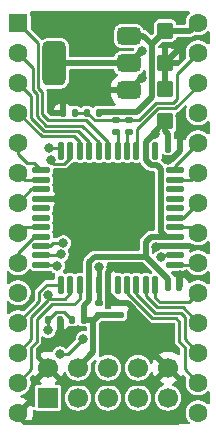
<source format=gbr>
%TF.GenerationSoftware,KiCad,Pcbnew,9.0.1*%
%TF.CreationDate,2025-05-01T11:14:46+01:00*%
%TF.ProjectId,SerialULA,53657269-616c-4554-9c41-2e6b69636164,01*%
%TF.SameCoordinates,Original*%
%TF.FileFunction,Copper,L1,Top*%
%TF.FilePolarity,Positive*%
%FSLAX46Y46*%
G04 Gerber Fmt 4.6, Leading zero omitted, Abs format (unit mm)*
G04 Created by KiCad (PCBNEW 9.0.1) date 2025-05-01 11:14:46*
%MOMM*%
%LPD*%
G01*
G04 APERTURE LIST*
G04 Aperture macros list*
%AMRoundRect*
0 Rectangle with rounded corners*
0 $1 Rounding radius*
0 $2 $3 $4 $5 $6 $7 $8 $9 X,Y pos of 4 corners*
0 Add a 4 corners polygon primitive as box body*
4,1,4,$2,$3,$4,$5,$6,$7,$8,$9,$2,$3,0*
0 Add four circle primitives for the rounded corners*
1,1,$1+$1,$2,$3*
1,1,$1+$1,$4,$5*
1,1,$1+$1,$6,$7*
1,1,$1+$1,$8,$9*
0 Add four rect primitives between the rounded corners*
20,1,$1+$1,$2,$3,$4,$5,0*
20,1,$1+$1,$4,$5,$6,$7,0*
20,1,$1+$1,$6,$7,$8,$9,0*
20,1,$1+$1,$8,$9,$2,$3,0*%
G04 Aperture macros list end*
%TA.AperFunction,SMDPad,CuDef*%
%ADD10RoundRect,0.135000X-0.185000X0.135000X-0.185000X-0.135000X0.185000X-0.135000X0.185000X0.135000X0*%
%TD*%
%TA.AperFunction,ComponentPad*%
%ADD11R,1.700000X1.700000*%
%TD*%
%TA.AperFunction,ComponentPad*%
%ADD12C,1.700000*%
%TD*%
%TA.AperFunction,SMDPad,CuDef*%
%ADD13RoundRect,0.135000X0.135000X0.185000X-0.135000X0.185000X-0.135000X-0.185000X0.135000X-0.185000X0*%
%TD*%
%TA.AperFunction,SMDPad,CuDef*%
%ADD14RoundRect,0.137500X-0.600000X-0.137500X0.600000X-0.137500X0.600000X0.137500X-0.600000X0.137500X0*%
%TD*%
%TA.AperFunction,SMDPad,CuDef*%
%ADD15RoundRect,0.137500X-0.137500X-0.600000X0.137500X-0.600000X0.137500X0.600000X-0.137500X0.600000X0*%
%TD*%
%TA.AperFunction,SMDPad,CuDef*%
%ADD16RoundRect,0.135000X-0.135000X-0.185000X0.135000X-0.185000X0.135000X0.185000X-0.135000X0.185000X0*%
%TD*%
%TA.AperFunction,SMDPad,CuDef*%
%ADD17RoundRect,0.375000X0.625000X0.375000X-0.625000X0.375000X-0.625000X-0.375000X0.625000X-0.375000X0*%
%TD*%
%TA.AperFunction,SMDPad,CuDef*%
%ADD18RoundRect,0.500000X0.500000X1.400000X-0.500000X1.400000X-0.500000X-1.400000X0.500000X-1.400000X0*%
%TD*%
%TA.AperFunction,SMDPad,CuDef*%
%ADD19RoundRect,0.140000X-0.140000X-0.170000X0.140000X-0.170000X0.140000X0.170000X-0.140000X0.170000X0*%
%TD*%
%TA.AperFunction,ComponentPad*%
%ADD20RoundRect,0.250000X-0.550000X-0.550000X0.550000X-0.550000X0.550000X0.550000X-0.550000X0.550000X0*%
%TD*%
%TA.AperFunction,ComponentPad*%
%ADD21C,1.600000*%
%TD*%
%TA.AperFunction,SMDPad,CuDef*%
%ADD22RoundRect,0.250000X-0.445000X0.457500X-0.445000X-0.457500X0.445000X-0.457500X0.445000X0.457500X0*%
%TD*%
%TA.AperFunction,SMDPad,CuDef*%
%ADD23RoundRect,0.140000X0.170000X-0.140000X0.170000X0.140000X-0.170000X0.140000X-0.170000X-0.140000X0*%
%TD*%
%TA.AperFunction,SMDPad,CuDef*%
%ADD24RoundRect,0.250000X0.445000X-0.457500X0.445000X0.457500X-0.445000X0.457500X-0.445000X-0.457500X0*%
%TD*%
%TA.AperFunction,ViaPad*%
%ADD25C,0.800000*%
%TD*%
%TA.AperFunction,Conductor*%
%ADD26C,0.250000*%
%TD*%
%TA.AperFunction,Conductor*%
%ADD27C,0.500000*%
%TD*%
%TA.AperFunction,Conductor*%
%ADD28C,0.400000*%
%TD*%
G04 APERTURE END LIST*
D10*
%TO.P,R7,1*%
%TO.N,Net-(JP1-B)*%
X84803000Y-63620000D03*
%TO.P,R7,2*%
%TO.N,+3.3V*%
X84803000Y-64640000D03*
%TD*%
%TO.P,R2,1*%
%TO.N,/CasOut*%
X87381000Y-48124000D03*
%TO.P,R2,2*%
%TO.N,/CasOut1*%
X87381000Y-49144000D03*
%TD*%
%TO.P,R3,1*%
%TO.N,/CasOut*%
X86238000Y-48126000D03*
%TO.P,R3,2*%
%TO.N,/CasOut0*%
X86238000Y-49146000D03*
%TD*%
D11*
%TO.P,J1,1,Pin_1*%
%TO.N,/TCK*%
X80523000Y-71623000D03*
D12*
%TO.P,J1,2,Pin_2*%
%TO.N,GND*%
X80523000Y-69083000D03*
%TO.P,J1,3,Pin_3*%
%TO.N,/TDO*%
X83063000Y-71623000D03*
%TO.P,J1,4,Pin_4*%
%TO.N,+3.3V*%
X83063000Y-69083000D03*
%TO.P,J1,5,Pin_5*%
%TO.N,/TMS*%
X85603000Y-71623000D03*
%TO.P,J1,6,Pin_6*%
%TO.N,unconnected-(J1-Pin_6-Pad6)*%
X85603000Y-69083000D03*
%TO.P,J1,7,Pin_7*%
%TO.N,unconnected-(J1-Pin_7-Pad7)*%
X88143000Y-71623000D03*
%TO.P,J1,8,Pin_8*%
%TO.N,unconnected-(J1-Pin_8-Pad8)*%
X88143000Y-69083000D03*
%TO.P,J1,9,Pin_9*%
%TO.N,/TDI*%
X90683000Y-71623000D03*
%TO.P,J1,10,Pin_10*%
%TO.N,GND*%
X90683000Y-69083000D03*
%TD*%
D13*
%TO.P,R5,1*%
%TO.N,+3.3V*%
X83573000Y-65019000D03*
%TO.P,R5,2*%
%TO.N,/CasIn*%
X82553000Y-65019000D03*
%TD*%
D14*
%TO.P,U1,1,I/O/GCK3*%
%TO.N,/D4*%
X79940500Y-52383000D03*
%TO.P,U1,2,P2*%
%TO.N,/D5*%
X79940500Y-53183000D03*
%TO.P,U1,3,P3*%
%TO.N,/D6*%
X79940500Y-53983000D03*
%TO.P,U1,4,GND*%
%TO.N,GND*%
X79940500Y-54783000D03*
%TO.P,U1,5,P5*%
%TO.N,unconnected-(U1-P5-Pad5)*%
X79940500Y-55583000D03*
%TO.P,U1,6,P6*%
%TO.N,unconnected-(U1-P6-Pad6)*%
X79940500Y-56383000D03*
%TO.P,U1,7,P7*%
%TO.N,/D7*%
X79940500Y-57183000D03*
%TO.P,U1,8,P8*%
%TO.N,/~{CS}*%
X79940500Y-57983000D03*
%TO.P,U1,9,TDI*%
%TO.N,/TDI*%
X79940500Y-58783000D03*
%TO.P,U1,10,TMS*%
%TO.N,/TMS*%
X79940500Y-59583000D03*
%TO.P,U1,11,TCK*%
%TO.N,/TCK*%
X79940500Y-60383000D03*
D15*
%TO.P,U1,12,P12*%
%TO.N,/CasMotor*%
X81603000Y-62045500D03*
%TO.P,U1,13,P13*%
%TO.N,/CasIn*%
X82403000Y-62045500D03*
%TO.P,U1,14,P14*%
%TO.N,/DCD*%
X83203000Y-62045500D03*
%TO.P,U1,15,VCC*%
%TO.N,+3.3V*%
X84003000Y-62045500D03*
%TO.P,U1,16,P16*%
%TO.N,Net-(JP1-B)*%
X84803000Y-62045500D03*
%TO.P,U1,17,GND*%
%TO.N,GND*%
X85603000Y-62045500D03*
%TO.P,U1,18,P18*%
%TO.N,unconnected-(U1-P18-Pad18)*%
X86403000Y-62045500D03*
%TO.P,U1,19,P19*%
%TO.N,/Din*%
X87203000Y-62045500D03*
%TO.P,U1,20,P20*%
%TO.N,/RxD*%
X88003000Y-62045500D03*
%TO.P,U1,21,P21*%
%TO.N,/RxC*%
X88803000Y-62045500D03*
%TO.P,U1,22,P22*%
%TO.N,/CTSO*%
X89603000Y-62045500D03*
D14*
%TO.P,U1,23,P23*%
%TO.N,/CTSI*%
X91265500Y-60383000D03*
%TO.P,U1,24,TDO*%
%TO.N,/TDO*%
X91265500Y-59583000D03*
%TO.P,U1,25,GND*%
%TO.N,GND*%
X91265500Y-58783000D03*
%TO.P,U1,26,VCCIO*%
%TO.N,+3.3V*%
X91265500Y-57983000D03*
%TO.P,U1,27,P27*%
%TO.N,/Dout*%
X91265500Y-57183000D03*
%TO.P,U1,28,P28*%
%TO.N,/TxD*%
X91265500Y-56383000D03*
%TO.P,U1,29,P29*%
%TO.N,unconnected-(U1-P29-Pad29)*%
X91265500Y-55583000D03*
%TO.P,U1,30,P30*%
%TO.N,unconnected-(U1-P30-Pad30)*%
X91265500Y-54783000D03*
%TO.P,U1,31,P31*%
%TO.N,unconnected-(U1-P31-Pad31)*%
X91265500Y-53983000D03*
%TO.P,U1,32,P32*%
%TO.N,/RTSO*%
X91265500Y-53183000D03*
%TO.P,U1,33,I/O/GSR*%
%TO.N,/RTSI*%
X91265500Y-52383000D03*
D15*
%TO.P,U1,34,I/O/GTS2*%
%TO.N,unconnected-(U1-I{slash}O{slash}GTS2-Pad34)*%
X89603000Y-50720500D03*
%TO.P,U1,35,VCC*%
%TO.N,+3.3V*%
X88803000Y-50720500D03*
%TO.P,U1,36,I/O/GTS1*%
%TO.N,/TxC*%
X88003000Y-50720500D03*
%TO.P,U1,37,P37*%
%TO.N,/CasOut1*%
X87203000Y-50720500D03*
%TO.P,U1,38,P38*%
%TO.N,/CasOut0*%
X86403000Y-50720500D03*
%TO.P,U1,39,P39*%
%TO.N,/D0*%
X85603000Y-50720500D03*
%TO.P,U1,40,P40*%
%TO.N,/D1*%
X84803000Y-50720500D03*
%TO.P,U1,41,P41*%
%TO.N,/D2*%
X84003000Y-50720500D03*
%TO.P,U1,42,P42*%
%TO.N,/D3*%
X83203000Y-50720500D03*
%TO.P,U1,43,I/O/GCK1*%
%TO.N,/E*%
X82403000Y-50720500D03*
%TO.P,U1,44,I/O/GCK2*%
%TO.N,/Clk*%
X81603000Y-50720500D03*
%TD*%
D16*
%TO.P,R6,1*%
%TO.N,/CasIn*%
X80521000Y-65019000D03*
%TO.P,R6,2*%
%TO.N,GND*%
X81541000Y-65019000D03*
%TD*%
D17*
%TO.P,U2,1,GND*%
%TO.N,GND*%
X87356000Y-45602000D03*
%TO.P,U2,2,VO*%
%TO.N,+3.3V*%
X87356000Y-43302000D03*
D18*
X81056000Y-43302000D03*
D17*
%TO.P,U2,3,VI*%
%TO.N,+5V*%
X87356000Y-41002000D03*
%TD*%
D19*
%TO.P,C2,1*%
%TO.N,+3.3V*%
X90683000Y-62225000D03*
%TO.P,C2,2*%
%TO.N,GND*%
X91643000Y-62225000D03*
%TD*%
D20*
%TO.P,U3,1,D0*%
%TO.N,/D0*%
X77983000Y-39873000D03*
D21*
%TO.P,U3,2,D1*%
%TO.N,/D1*%
X77983000Y-42413000D03*
%TO.P,U3,3,D2*%
%TO.N,/D2*%
X77983000Y-44953000D03*
%TO.P,U3,4,D3*%
%TO.N,/D3*%
X77983000Y-47493000D03*
%TO.P,U3,5,D4*%
%TO.N,/D4*%
X77983000Y-50033000D03*
%TO.P,U3,6,D5*%
%TO.N,/D5*%
X77983000Y-52573000D03*
%TO.P,U3,7,D6*%
%TO.N,/D6*%
X77983000Y-55113000D03*
%TO.P,U3,8,D7*%
%TO.N,/D7*%
X77983000Y-57653000D03*
%TO.P,U3,9,~{CS}*%
%TO.N,/~{CS}*%
X77983000Y-60193000D03*
%TO.P,U3,10,E*%
%TO.N,/E*%
X77983000Y-62733000D03*
%TO.P,U3,11,CasMotor*%
%TO.N,/CasMotor*%
X77983000Y-65273000D03*
%TO.P,U3,12,CasIn*%
%TO.N,/CasIn*%
X77983000Y-67813000D03*
%TO.P,U3,13,DCD*%
%TO.N,/DCD*%
X77983000Y-70353000D03*
%TO.P,U3,14,GND*%
%TO.N,GND*%
X77983000Y-72893000D03*
%TO.P,U3,15,CR*%
%TO.N,unconnected-(U3-CR-Pad15)*%
X93223000Y-72893000D03*
%TO.P,U3,16,Din*%
%TO.N,/Din*%
X93223000Y-70353000D03*
%TO.P,U3,17,RxD*%
%TO.N,/RxD*%
X93223000Y-67813000D03*
%TO.P,U3,18,RxC*%
%TO.N,/RxC*%
X93223000Y-65273000D03*
%TO.P,U3,19,CTSO*%
%TO.N,/CTSO*%
X93223000Y-62733000D03*
%TO.P,U3,20,CTSI*%
%TO.N,/CTSI*%
X93223000Y-60193000D03*
%TO.P,U3,21,Dout*%
%TO.N,/Dout*%
X93223000Y-57653000D03*
%TO.P,U3,22,TxD*%
%TO.N,/TxD*%
X93223000Y-55113000D03*
%TO.P,U3,23,RTSO*%
%TO.N,/RTSO*%
X93223000Y-52573000D03*
%TO.P,U3,24,RTSI*%
%TO.N,/RTSI*%
X93223000Y-50033000D03*
%TO.P,U3,25,Clk*%
%TO.N,/Clk*%
X93223000Y-47493000D03*
%TO.P,U3,26,TxC*%
%TO.N,/TxC*%
X93223000Y-44953000D03*
%TO.P,U3,27,CasOut*%
%TO.N,/CasOut*%
X93223000Y-42413000D03*
%TO.P,U3,28,VCC*%
%TO.N,+5V*%
X93223000Y-39873000D03*
%TD*%
D13*
%TO.P,R4,1*%
%TO.N,/CasOut*%
X82811000Y-47493000D03*
%TO.P,R4,2*%
%TO.N,GND*%
X81791000Y-47493000D03*
%TD*%
%TO.P,R1,1*%
%TO.N,+5V*%
X84843000Y-47493000D03*
%TO.P,R1,2*%
%TO.N,/CasOut*%
X83823000Y-47493000D03*
%TD*%
D22*
%TO.P,C2.1,1*%
%TO.N,+5V*%
X90429000Y-40552500D03*
%TO.P,C2.1,2*%
%TO.N,GND*%
X90429000Y-43257500D03*
%TD*%
D23*
%TO.P,C1,1*%
%TO.N,+3.3V*%
X86619000Y-64610000D03*
%TO.P,C1,2*%
%TO.N,GND*%
X86619000Y-63650000D03*
%TD*%
D24*
%TO.P,C2.2,1*%
%TO.N,+3.3V*%
X90429000Y-48235900D03*
%TO.P,C2.2,2*%
%TO.N,GND*%
X90429000Y-45530900D03*
%TD*%
D19*
%TO.P,C3,1*%
%TO.N,+3.3V*%
X90711000Y-50541000D03*
%TO.P,C3,2*%
%TO.N,GND*%
X91671000Y-50541000D03*
%TD*%
D25*
%TO.N,GND*%
X80015000Y-61336000D03*
X90688319Y-51508000D03*
X91699000Y-41905000D03*
X85857000Y-60574000D03*
X91723940Y-47745279D03*
X91692686Y-61258000D03*
X81285000Y-54783000D03*
X88433001Y-44541304D03*
X88778000Y-39619000D03*
X89653000Y-58833000D03*
%TO.N,/CasIn*%
X80521000Y-62967958D03*
X80521000Y-65908000D03*
%TO.N,/E*%
X80759097Y-51539096D03*
%TO.N,/Clk*%
X80633350Y-50506995D03*
%TO.N,/TCK*%
X81285000Y-60447000D03*
%TO.N,/TDO*%
X90073467Y-59740309D03*
X83511000Y-66637001D03*
X81539000Y-67940000D03*
%TO.N,/TDI*%
X81826525Y-58524021D03*
%TO.N,/TMS*%
X81601229Y-59498314D03*
%TO.N,+3.3V*%
X89540000Y-49271000D03*
X88433000Y-42310819D03*
%TO.N,Net-(JP1-B)*%
X84852999Y-60521924D03*
%TD*%
D26*
%TO.N,/CasIn*%
X80521000Y-63372810D02*
X80521000Y-62967958D01*
X79109000Y-64784810D02*
X80521000Y-63372810D01*
%TO.N,/DCD*%
X83203000Y-63230810D02*
X83203000Y-62045500D01*
X79560000Y-64971620D02*
X80839620Y-63692000D01*
X80839620Y-63692000D02*
X82741810Y-63692000D01*
X79560000Y-66873810D02*
X79560000Y-64971620D01*
X79109000Y-67324810D02*
X79560000Y-66873810D01*
X77983000Y-70353000D02*
X79109000Y-69227000D01*
X79109000Y-69227000D02*
X79109000Y-67324810D01*
X82741810Y-63692000D02*
X83203000Y-63230810D01*
D27*
%TO.N,+5V*%
X84933000Y-47403000D02*
X84843000Y-47493000D01*
X88085488Y-47403000D02*
X84933000Y-47403000D01*
D26*
%TO.N,/RxD*%
X89585379Y-64434999D02*
X91747189Y-64434999D01*
%TO.N,/RxC*%
X89772189Y-63983999D02*
X91933999Y-63983999D01*
%TO.N,/CTSO*%
X89958999Y-63532999D02*
X92423001Y-63532999D01*
D27*
%TO.N,+3.3V*%
X84361000Y-65082000D02*
X84424000Y-65019000D01*
X84361000Y-67785000D02*
X84361000Y-65082000D01*
X83063000Y-69083000D02*
X84361000Y-67785000D01*
X84424000Y-65019000D02*
X84803000Y-64640000D01*
X83573000Y-65019000D02*
X84424000Y-65019000D01*
%TO.N,+5V*%
X88586500Y-41002000D02*
X89283000Y-41698500D01*
X87356000Y-41002000D02*
X88586500Y-41002000D01*
X88085488Y-47403000D02*
X89283000Y-46205488D01*
X89283000Y-41698500D02*
X89283000Y-46205488D01*
D26*
%TO.N,/CasIn*%
X79109000Y-64784810D02*
X79109000Y-66687000D01*
X79109000Y-66687000D02*
X77983000Y-67813000D01*
X80521000Y-62967958D02*
X80523000Y-62969958D01*
%TO.N,/CasMotor*%
X79795000Y-63461000D02*
X77983000Y-65273000D01*
X79795000Y-62667238D02*
X79795000Y-63461000D01*
X80416738Y-62045500D02*
X79795000Y-62667238D01*
X81603000Y-62045500D02*
X80416738Y-62045500D01*
%TO.N,/CasIn*%
X80794042Y-63241000D02*
X81944999Y-63241000D01*
X80521000Y-62967958D02*
X80794042Y-63241000D01*
D28*
%TO.N,GND*%
X81600561Y-65078561D02*
X81541000Y-65019000D01*
X81600561Y-66239786D02*
X81600561Y-65078561D01*
X80916347Y-66924000D02*
X81600561Y-66239786D01*
X80269000Y-66924000D02*
X80916347Y-66924000D01*
X79634000Y-67559000D02*
X80269000Y-66924000D01*
X79634000Y-68194000D02*
X79634000Y-67559000D01*
X80523000Y-69083000D02*
X79634000Y-68194000D01*
D26*
%TO.N,/CasIn*%
X80521000Y-65629439D02*
X80799561Y-65908000D01*
X80521000Y-65019000D02*
X80521000Y-65629439D01*
X81167000Y-64373000D02*
X80521000Y-65019000D01*
X82553000Y-65019000D02*
X81907000Y-64373000D01*
X81907000Y-64373000D02*
X81167000Y-64373000D01*
%TO.N,/D0*%
X77983000Y-39873000D02*
X79704000Y-41594000D01*
X83759000Y-48139000D02*
X85603000Y-49983001D01*
X80542430Y-48139000D02*
X83759000Y-48139000D01*
X85603000Y-49983001D02*
X85603000Y-50720500D01*
X80015000Y-47611570D02*
X80542430Y-48139000D01*
X79704000Y-41594000D02*
X79704000Y-45398380D01*
X79704000Y-45398380D02*
X80015000Y-45709380D01*
X80015000Y-45709380D02*
X80015000Y-47611570D01*
%TO.N,/D5*%
X79940500Y-53183000D02*
X78593000Y-53183000D01*
X78593000Y-53183000D02*
X77983000Y-52573000D01*
%TO.N,/D3*%
X83203000Y-49983001D02*
X83203000Y-50720500D01*
X82711998Y-49492000D02*
X83203000Y-49983001D01*
X79982000Y-49492000D02*
X82711998Y-49492000D01*
X77983000Y-47493000D02*
X79982000Y-49492000D01*
%TO.N,/D7*%
X78453000Y-57183000D02*
X77983000Y-57653000D01*
X79940500Y-57183000D02*
X78453000Y-57183000D01*
%TO.N,/D1*%
X79560000Y-45892190D02*
X79560000Y-47794380D01*
X84803000Y-49983001D02*
X84803000Y-50720500D01*
X79560000Y-47794380D02*
X80355620Y-48590000D01*
X80355620Y-48590000D02*
X83410000Y-48590000D01*
X79253000Y-45585190D02*
X79560000Y-45892190D01*
X77983000Y-42413000D02*
X79253000Y-43683000D01*
X83410000Y-48590000D02*
X84803000Y-49983001D01*
X79253000Y-43683000D02*
X79253000Y-45585190D01*
%TO.N,/D6*%
X79113000Y-53983000D02*
X77983000Y-55113000D01*
X79940500Y-53983000D02*
X79113000Y-53983000D01*
%TO.N,/D4*%
X77983000Y-50033000D02*
X77983000Y-50980595D01*
X77983000Y-50980595D02*
X78745000Y-51742595D01*
X79300095Y-51742595D02*
X79940500Y-52383000D01*
X78745000Y-51742595D02*
X79300095Y-51742595D01*
%TO.N,/D2*%
X79109000Y-47981190D02*
X80168810Y-49041000D01*
X77983000Y-44953000D02*
X79109000Y-46079000D01*
X83061000Y-49041000D02*
X84003000Y-49983001D01*
X79109000Y-46079000D02*
X79109000Y-47981190D01*
X84003000Y-49983001D02*
X84003000Y-50720500D01*
X80168810Y-49041000D02*
X83061000Y-49041000D01*
D27*
%TO.N,+5V*%
X90429000Y-40552500D02*
X92543500Y-40552500D01*
X90429000Y-40552500D02*
X89283000Y-41698500D01*
X92543500Y-40552500D02*
X93223000Y-39873000D01*
D28*
%TO.N,GND*%
X78498000Y-73662000D02*
X91438000Y-73662000D01*
D27*
X79940500Y-54783000D02*
X81285000Y-54783000D01*
X91671000Y-47798219D02*
X91723940Y-47745279D01*
X87372305Y-45602000D02*
X88433001Y-44541304D01*
X85857000Y-60721419D02*
X85857000Y-60574000D01*
X89413000Y-65807587D02*
X87255413Y-63650000D01*
D28*
X91953000Y-73147000D02*
X91953000Y-70353000D01*
D27*
X90373100Y-45475000D02*
X90429000Y-45530900D01*
D28*
X91438000Y-73662000D02*
X91953000Y-73147000D01*
D27*
X86433924Y-63650000D02*
X86619000Y-63650000D01*
X90429000Y-45530900D02*
X90429000Y-43257500D01*
X90357900Y-45602000D02*
X90429000Y-45530900D01*
X91699000Y-41905000D02*
X91699000Y-41987500D01*
X82541000Y-45602000D02*
X81791000Y-46352000D01*
D28*
X90683000Y-69083000D02*
X89413000Y-67813000D01*
D27*
X89703000Y-58783000D02*
X89653000Y-58833000D01*
X78014000Y-72924000D02*
X77983000Y-72893000D01*
D28*
X89413000Y-70353000D02*
X90683000Y-69083000D01*
D27*
X87356000Y-45602000D02*
X87372305Y-45602000D01*
X87356000Y-45602000D02*
X82541000Y-45602000D01*
X87356000Y-45602000D02*
X87356000Y-45407771D01*
X90271500Y-45475000D02*
X90429000Y-45632500D01*
X91692686Y-61258000D02*
X91692686Y-62175314D01*
X81791000Y-46352000D02*
X81791000Y-47493000D01*
X91699000Y-41987500D02*
X90429000Y-43257500D01*
X87255413Y-63650000D02*
X86619000Y-63650000D01*
D28*
X81793000Y-70353000D02*
X89413000Y-70353000D01*
D27*
X90688319Y-51508000D02*
X90893682Y-51508000D01*
D28*
X77983000Y-73147000D02*
X78498000Y-73662000D01*
D27*
X85603000Y-62045500D02*
X85603000Y-60975419D01*
X91671000Y-50730682D02*
X91671000Y-50541000D01*
%TO.N,/CasIn*%
X80523000Y-65021000D02*
X80521000Y-65019000D01*
%TO.N,GND*%
X91692686Y-62175314D02*
X91643000Y-62225000D01*
X89413000Y-67813000D02*
X89413000Y-65807587D01*
X90893682Y-51508000D02*
X91671000Y-50730682D01*
D28*
X77983000Y-72893000D02*
X77983000Y-73147000D01*
D27*
X77983000Y-72893000D02*
X77983000Y-72644000D01*
X85603000Y-60975419D02*
X85857000Y-60721419D01*
X91265500Y-58783000D02*
X89703000Y-58783000D01*
X85603000Y-62819076D02*
X86433924Y-63650000D01*
D28*
X81234000Y-54783000D02*
X81285000Y-54732000D01*
D27*
X85603000Y-62045500D02*
X85603000Y-62819076D01*
D28*
X80523000Y-69083000D02*
X81793000Y-70353000D01*
D27*
X91671000Y-50541000D02*
X91671000Y-47798219D01*
D28*
X91953000Y-70353000D02*
X90683000Y-69083000D01*
D26*
%TO.N,/CTSI*%
X93033000Y-60383000D02*
X93223000Y-60193000D01*
X91265500Y-60383000D02*
X93033000Y-60383000D01*
%TO.N,/RTSI*%
X91265500Y-51990500D02*
X91265500Y-52383000D01*
X93223000Y-50033000D02*
X91265500Y-51990500D01*
%TO.N,/CasIn*%
X82403000Y-62782999D02*
X81944999Y-63241000D01*
X82403000Y-62045500D02*
X82403000Y-62782999D01*
%TO.N,/E*%
X80910635Y-51690634D02*
X80759097Y-51539096D01*
X80910635Y-51811000D02*
X81909298Y-51811000D01*
X81909298Y-51811000D02*
X82403000Y-51317298D01*
X82403000Y-51317298D02*
X82403000Y-50720500D01*
X80910635Y-51811000D02*
X80910635Y-51690634D01*
%TO.N,/Clk*%
X80633350Y-50506995D02*
X81389495Y-50506995D01*
X81389495Y-50506995D02*
X81603000Y-50720500D01*
%TO.N,/CasOut*%
X91450000Y-46335514D02*
X91450000Y-44186000D01*
X87379000Y-48126000D02*
X87381000Y-48124000D01*
X82811000Y-47493000D02*
X83823000Y-47493000D01*
X86225000Y-48139000D02*
X86238000Y-48126000D01*
X87381000Y-48124000D02*
X88179076Y-48124000D01*
X91119514Y-46666000D02*
X91450000Y-46335514D01*
X91450000Y-44186000D02*
X93223000Y-42413000D01*
X89637076Y-46666000D02*
X91119514Y-46666000D01*
X84469000Y-48139000D02*
X86225000Y-48139000D01*
X83823000Y-47493000D02*
X84469000Y-48139000D01*
X88179076Y-48124000D02*
X89637076Y-46666000D01*
X86238000Y-48126000D02*
X87379000Y-48126000D01*
%TO.N,/Dout*%
X93223000Y-57653000D02*
X92753000Y-57183000D01*
X92753000Y-57183000D02*
X91265500Y-57183000D01*
%TO.N,/TxD*%
X91265500Y-56383000D02*
X91953000Y-56383000D01*
X91953000Y-56383000D02*
X93223000Y-55113000D01*
%TO.N,/RxC*%
X89772189Y-63983999D02*
X88803000Y-63014810D01*
X88803000Y-63014810D02*
X88803000Y-62045500D01*
X93223000Y-65273000D02*
X91933999Y-63983999D01*
%TO.N,/RTSO*%
X92613000Y-53183000D02*
X93223000Y-52573000D01*
X91265500Y-53183000D02*
X92613000Y-53183000D01*
%TO.N,/~{CS}*%
X79940500Y-57983000D02*
X79343702Y-57983000D01*
X79343702Y-57983000D02*
X77983000Y-59343702D01*
X77983000Y-59343702D02*
X77983000Y-60193000D01*
%TO.N,/CTSO*%
X89958999Y-63532999D02*
X89603000Y-63177000D01*
X89603000Y-63177000D02*
X89603000Y-62045500D01*
X92423001Y-63532999D02*
X93223000Y-62733000D01*
%TO.N,/Din*%
X87203000Y-62782999D02*
X87203000Y-62045500D01*
X89306000Y-64885999D02*
X87203000Y-62782999D01*
X91646000Y-66873810D02*
X91646000Y-65220000D01*
X91646000Y-65220000D02*
X91311999Y-64885999D01*
X91311999Y-64885999D02*
X89306000Y-64885999D01*
X92097000Y-67324810D02*
X91646000Y-66873810D01*
X92097000Y-69227000D02*
X92097000Y-67324810D01*
X93223000Y-70353000D02*
X92097000Y-69227000D01*
%TO.N,/TCK*%
X79940500Y-60383000D02*
X81221000Y-60383000D01*
X81221000Y-60383000D02*
X81285000Y-60447000D01*
%TO.N,/TDO*%
X91265500Y-59583000D02*
X90230776Y-59583000D01*
X90230776Y-59583000D02*
X90073467Y-59740309D01*
%TO.N,/TDI*%
X79940500Y-58783000D02*
X80677999Y-58783000D01*
X80677999Y-58783000D02*
X80936978Y-58524021D01*
X80936978Y-58524021D02*
X81826525Y-58524021D01*
%TO.N,/TMS*%
X81516543Y-59583000D02*
X81601229Y-59498314D01*
X79940500Y-59583000D02*
X81516543Y-59583000D01*
%TO.N,/TxC*%
X93223000Y-44953000D02*
X93223000Y-45200324D01*
X91306324Y-47117000D02*
X89823886Y-47117000D01*
X88027000Y-50696500D02*
X88003000Y-50720500D01*
X93223000Y-45200324D02*
X91306324Y-47117000D01*
X88027000Y-48913886D02*
X88027000Y-50696500D01*
X89823886Y-47117000D02*
X88027000Y-48913886D01*
%TO.N,/RxD*%
X92097000Y-64784810D02*
X91747189Y-64434999D01*
X88003000Y-62852620D02*
X88003000Y-62045500D01*
X89585379Y-64434999D02*
X88003000Y-62852620D01*
X92097000Y-66687000D02*
X92097000Y-64784810D01*
X93223000Y-67813000D02*
X92097000Y-66687000D01*
D27*
%TO.N,+3.3V*%
X88803000Y-58415000D02*
X88803000Y-59671924D01*
X87356000Y-43175000D02*
X87635000Y-43175000D01*
X88803000Y-49946924D02*
X89478924Y-49271000D01*
X89235000Y-57983000D02*
X88803000Y-58415000D01*
X90491924Y-57983000D02*
X90077000Y-57568076D01*
X88803000Y-50720500D02*
X88803000Y-49946924D01*
X90077000Y-52221000D02*
X89765000Y-51909000D01*
X88803000Y-51494076D02*
X88803000Y-50720500D01*
X90429000Y-48235900D02*
X90429000Y-49017000D01*
X87356000Y-43302000D02*
X87441819Y-43302000D01*
X89217924Y-51909000D02*
X88803000Y-51494076D01*
X90711000Y-49299000D02*
X90711000Y-50541000D01*
X89540000Y-49271000D02*
X89540000Y-49124900D01*
X87356000Y-43302000D02*
X87762000Y-43302000D01*
X84474076Y-59670924D02*
X88802000Y-59670924D01*
X84003000Y-62045500D02*
X84003000Y-63391000D01*
X81056000Y-43302000D02*
X87356000Y-43302000D01*
X91265500Y-57983000D02*
X89235000Y-57983000D01*
X90077000Y-57568076D02*
X90077000Y-52221000D01*
X84003000Y-62045500D02*
X84003000Y-60142000D01*
X83573000Y-63821000D02*
X84003000Y-63391000D01*
X89540000Y-49124900D02*
X90429000Y-48235900D01*
X88803000Y-59671924D02*
X90683000Y-61551924D01*
X86589000Y-64640000D02*
X86619000Y-64610000D01*
X89765000Y-51909000D02*
X89217924Y-51909000D01*
X90429000Y-49017000D02*
X90711000Y-49299000D01*
X88802000Y-59670924D02*
X88803000Y-59671924D01*
X89478924Y-49271000D02*
X89540000Y-49271000D01*
X87441819Y-43302000D02*
X88433000Y-42310819D01*
X90683000Y-61551924D02*
X90683000Y-62225000D01*
X84003000Y-60142000D02*
X84474076Y-59670924D01*
X84803000Y-64640000D02*
X86589000Y-64640000D01*
X91265500Y-57983000D02*
X90491924Y-57983000D01*
X83573000Y-65019000D02*
X83573000Y-63821000D01*
D26*
%TO.N,/CasOut1*%
X87203000Y-49072000D02*
X87254000Y-49021000D01*
X87203000Y-50720500D02*
X87203000Y-49322000D01*
X87203000Y-49322000D02*
X87381000Y-49144000D01*
%TO.N,/CasOut0*%
X86403000Y-50720500D02*
X86403000Y-49311000D01*
X86403000Y-49311000D02*
X86238000Y-49146000D01*
D28*
%TO.N,Net-(JP1-B)*%
X84803000Y-60571923D02*
X84852999Y-60521924D01*
X84803000Y-62045500D02*
X84803000Y-63620000D01*
X84803000Y-62045500D02*
X84803000Y-60571923D01*
D26*
%TO.N,/TDO*%
X81539000Y-67940000D02*
X82208001Y-67940000D01*
X82208001Y-67940000D02*
X83511000Y-66637001D01*
%TD*%
%TA.AperFunction,Conductor*%
%TO.N,GND*%
G36*
X87634194Y-63751334D02*
G01*
X87640680Y-63757373D01*
X88997983Y-65114676D01*
X88997993Y-65114687D01*
X89002323Y-65119017D01*
X89002324Y-65119018D01*
X89072981Y-65189675D01*
X89072983Y-65189676D01*
X89072984Y-65189677D01*
X89100414Y-65205513D01*
X89159518Y-65239637D01*
X89159517Y-65239637D01*
X89162548Y-65240448D01*
X89179915Y-65245102D01*
X89256038Y-65265500D01*
X89355962Y-65265500D01*
X89355966Y-65265499D01*
X91103443Y-65265499D01*
X91170482Y-65285184D01*
X91191124Y-65301818D01*
X91230181Y-65340875D01*
X91263666Y-65402198D01*
X91266500Y-65428556D01*
X91266500Y-66823844D01*
X91266499Y-66823848D01*
X91266499Y-66923772D01*
X91285295Y-66993917D01*
X91287745Y-67003062D01*
X91287746Y-67003067D01*
X91292362Y-67020291D01*
X91292363Y-67020294D01*
X91342321Y-67106825D01*
X91342325Y-67106830D01*
X91420046Y-67184551D01*
X91420052Y-67184556D01*
X91681181Y-67445685D01*
X91714666Y-67507008D01*
X91717500Y-67533366D01*
X91717500Y-67922552D01*
X91697815Y-67989591D01*
X91645011Y-68035346D01*
X91575853Y-68045290D01*
X91520615Y-68022871D01*
X91390553Y-67928376D01*
X91201217Y-67831904D01*
X90999129Y-67766242D01*
X90789246Y-67733000D01*
X90576754Y-67733000D01*
X90366872Y-67766242D01*
X90366869Y-67766242D01*
X90164782Y-67831904D01*
X89975439Y-67928380D01*
X89921282Y-67967727D01*
X89921282Y-67967728D01*
X90553591Y-68600037D01*
X90490007Y-68617075D01*
X90375993Y-68682901D01*
X90282901Y-68775993D01*
X90217075Y-68890007D01*
X90200037Y-68953591D01*
X89567728Y-68321282D01*
X89567727Y-68321282D01*
X89528380Y-68375439D01*
X89431904Y-68564782D01*
X89401864Y-68657238D01*
X89362427Y-68714913D01*
X89298068Y-68742112D01*
X89229222Y-68730197D01*
X89177746Y-68682953D01*
X89168804Y-68663373D01*
X89168446Y-68663522D01*
X89166582Y-68659024D01*
X89166580Y-68659021D01*
X89166580Y-68659019D01*
X89087653Y-68504116D01*
X88985465Y-68363467D01*
X88862533Y-68240535D01*
X88721884Y-68138347D01*
X88664568Y-68109143D01*
X88566978Y-68059418D01*
X88401641Y-68005697D01*
X88272854Y-67985299D01*
X88229926Y-67978500D01*
X88056074Y-67978500D01*
X87998836Y-67987565D01*
X87884360Y-68005697D01*
X87884357Y-68005697D01*
X87719021Y-68059418D01*
X87564115Y-68138347D01*
X87483869Y-68196649D01*
X87423467Y-68240535D01*
X87423465Y-68240537D01*
X87423464Y-68240537D01*
X87300537Y-68363464D01*
X87300537Y-68363465D01*
X87300535Y-68363467D01*
X87265667Y-68411458D01*
X87198347Y-68504115D01*
X87119418Y-68659021D01*
X87065697Y-68824357D01*
X87065697Y-68824360D01*
X87052731Y-68906223D01*
X87038500Y-68996074D01*
X87038500Y-69169926D01*
X87052098Y-69255782D01*
X87065697Y-69341639D01*
X87065697Y-69341642D01*
X87119418Y-69506978D01*
X87198347Y-69661884D01*
X87300535Y-69802533D01*
X87423467Y-69925465D01*
X87564116Y-70027653D01*
X87598988Y-70045421D01*
X87719021Y-70106581D01*
X87884358Y-70160302D01*
X87884359Y-70160302D01*
X87884362Y-70160303D01*
X88056074Y-70187500D01*
X88056075Y-70187500D01*
X88229925Y-70187500D01*
X88229926Y-70187500D01*
X88401638Y-70160303D01*
X88401641Y-70160302D01*
X88401642Y-70160302D01*
X88566978Y-70106581D01*
X88566978Y-70106580D01*
X88566981Y-70106580D01*
X88721884Y-70027653D01*
X88862533Y-69925465D01*
X88985465Y-69802533D01*
X89087653Y-69661884D01*
X89166580Y-69506981D01*
X89166582Y-69506975D01*
X89168446Y-69502478D01*
X89169891Y-69503076D01*
X89205430Y-69451093D01*
X89269786Y-69423889D01*
X89338633Y-69435796D01*
X89390114Y-69483035D01*
X89401864Y-69508761D01*
X89431904Y-69601217D01*
X89528375Y-69790550D01*
X89567728Y-69844716D01*
X90200037Y-69212408D01*
X90217075Y-69275993D01*
X90282901Y-69390007D01*
X90375993Y-69483099D01*
X90490007Y-69548925D01*
X90553590Y-69565962D01*
X89921282Y-70198269D01*
X89921282Y-70198270D01*
X89975449Y-70237624D01*
X90164784Y-70334096D01*
X90257237Y-70364135D01*
X90314913Y-70403571D01*
X90342112Y-70467930D01*
X90330198Y-70536776D01*
X90282954Y-70588253D01*
X90263374Y-70597198D01*
X90263522Y-70597554D01*
X90259024Y-70599417D01*
X90104115Y-70678347D01*
X90023869Y-70736649D01*
X89963467Y-70780535D01*
X89963465Y-70780537D01*
X89963464Y-70780537D01*
X89840537Y-70903464D01*
X89840537Y-70903465D01*
X89840535Y-70903467D01*
X89796649Y-70963869D01*
X89738347Y-71044115D01*
X89659418Y-71199021D01*
X89605697Y-71364357D01*
X89605697Y-71364360D01*
X89578500Y-71536074D01*
X89578500Y-71709925D01*
X89605697Y-71881639D01*
X89605697Y-71881642D01*
X89659418Y-72046978D01*
X89738347Y-72201884D01*
X89840535Y-72342533D01*
X89963467Y-72465465D01*
X90104116Y-72567653D01*
X90242421Y-72638123D01*
X90259021Y-72646581D01*
X90424358Y-72700302D01*
X90424359Y-72700302D01*
X90424362Y-72700303D01*
X90596074Y-72727500D01*
X90596075Y-72727500D01*
X90769925Y-72727500D01*
X90769926Y-72727500D01*
X90941638Y-72700303D01*
X90941641Y-72700302D01*
X90941642Y-72700302D01*
X91106978Y-72646581D01*
X91106978Y-72646580D01*
X91106981Y-72646580D01*
X91261884Y-72567653D01*
X91402533Y-72465465D01*
X91525465Y-72342533D01*
X91627653Y-72201884D01*
X91706580Y-72046981D01*
X91760303Y-71881638D01*
X91787500Y-71709926D01*
X91787500Y-71536074D01*
X91760303Y-71364362D01*
X91760302Y-71364358D01*
X91760302Y-71364357D01*
X91706581Y-71199021D01*
X91689401Y-71165304D01*
X91627653Y-71044116D01*
X91525465Y-70903467D01*
X91402533Y-70780535D01*
X91261884Y-70678347D01*
X91106981Y-70599420D01*
X91106980Y-70599419D01*
X91106975Y-70599417D01*
X91102478Y-70597554D01*
X91103073Y-70596115D01*
X91051069Y-70560539D01*
X91023884Y-70496174D01*
X91035813Y-70427331D01*
X91083069Y-70375865D01*
X91108762Y-70364134D01*
X91201221Y-70334093D01*
X91390554Y-70237622D01*
X91444716Y-70198270D01*
X91444717Y-70198270D01*
X90812408Y-69565962D01*
X90875993Y-69548925D01*
X90990007Y-69483099D01*
X91083099Y-69390007D01*
X91148925Y-69275993D01*
X91165962Y-69212408D01*
X91798270Y-69844717D01*
X91798270Y-69844716D01*
X91837624Y-69790552D01*
X91856756Y-69753003D01*
X91876072Y-69732550D01*
X91892931Y-69710030D01*
X91899738Y-69707490D01*
X91904729Y-69702207D01*
X91932036Y-69695444D01*
X91958395Y-69685613D01*
X91965496Y-69687157D01*
X91972550Y-69685411D01*
X91999176Y-69694484D01*
X92026668Y-69700465D01*
X92034975Y-69706683D01*
X92038685Y-69707948D01*
X92054921Y-69721615D01*
X92200140Y-69866834D01*
X92233625Y-69928157D01*
X92228641Y-69997849D01*
X92227020Y-70001967D01*
X92209024Y-70045412D01*
X92209021Y-70045421D01*
X92168500Y-70249136D01*
X92168500Y-70456863D01*
X92209022Y-70660578D01*
X92209025Y-70660590D01*
X92288511Y-70852488D01*
X92288512Y-70852490D01*
X92403916Y-71025203D01*
X92403919Y-71025207D01*
X92550792Y-71172080D01*
X92550796Y-71172083D01*
X92723507Y-71287486D01*
X92723508Y-71287486D01*
X92723509Y-71287487D01*
X92723511Y-71287488D01*
X92909091Y-71364357D01*
X92915414Y-71366976D01*
X93092471Y-71402195D01*
X93119136Y-71407499D01*
X93119139Y-71407500D01*
X93119141Y-71407500D01*
X93326861Y-71407500D01*
X93326862Y-71407499D01*
X93530586Y-71366976D01*
X93722493Y-71287486D01*
X93895204Y-71172083D01*
X93901983Y-71165304D01*
X93980819Y-71086469D01*
X94042142Y-71052984D01*
X94111834Y-71057968D01*
X94167767Y-71099840D01*
X94192184Y-71165304D01*
X94192500Y-71174150D01*
X94192500Y-72071850D01*
X94172815Y-72138889D01*
X94120011Y-72184644D01*
X94050853Y-72194588D01*
X93987297Y-72165563D01*
X93980819Y-72159531D01*
X93895207Y-72073919D01*
X93895203Y-72073916D01*
X93722490Y-71958512D01*
X93722488Y-71958511D01*
X93530590Y-71879025D01*
X93530578Y-71879022D01*
X93326862Y-71838500D01*
X93326859Y-71838500D01*
X93119141Y-71838500D01*
X93119138Y-71838500D01*
X92915421Y-71879022D01*
X92915409Y-71879025D01*
X92723511Y-71958511D01*
X92723509Y-71958512D01*
X92550796Y-72073916D01*
X92550792Y-72073919D01*
X92403919Y-72220792D01*
X92403916Y-72220796D01*
X92288512Y-72393509D01*
X92288511Y-72393511D01*
X92209025Y-72585409D01*
X92209022Y-72585421D01*
X92168500Y-72789136D01*
X92168500Y-72996863D01*
X92209022Y-73200578D01*
X92209025Y-73200590D01*
X92288511Y-73392488D01*
X92288512Y-73392490D01*
X92403916Y-73565203D01*
X92403919Y-73565207D01*
X92489531Y-73650819D01*
X92523016Y-73712142D01*
X92518032Y-73781834D01*
X92476160Y-73837767D01*
X92410696Y-73862184D01*
X92401850Y-73862500D01*
X79128870Y-73862500D01*
X79061831Y-73842815D01*
X79016076Y-73790011D01*
X79006132Y-73720853D01*
X79028552Y-73665615D01*
X79094857Y-73574352D01*
X79187755Y-73392031D01*
X79250990Y-73197417D01*
X79283000Y-72995317D01*
X79283000Y-72790682D01*
X79278581Y-72762783D01*
X79287535Y-72693490D01*
X79332531Y-72640038D01*
X79399283Y-72619398D01*
X79466597Y-72638123D01*
X79488735Y-72655704D01*
X79489514Y-72656483D01*
X79510703Y-72670641D01*
X79573699Y-72712734D01*
X79573702Y-72712734D01*
X79573703Y-72712735D01*
X79598666Y-72717700D01*
X79647933Y-72727500D01*
X81398066Y-72727499D01*
X81472301Y-72712734D01*
X81556484Y-72656484D01*
X81612734Y-72572301D01*
X81627500Y-72498067D01*
X81627499Y-71536074D01*
X81958500Y-71536074D01*
X81958500Y-71709925D01*
X81985697Y-71881639D01*
X81985697Y-71881642D01*
X82039418Y-72046978D01*
X82118347Y-72201884D01*
X82220535Y-72342533D01*
X82343467Y-72465465D01*
X82484116Y-72567653D01*
X82622421Y-72638123D01*
X82639021Y-72646581D01*
X82804358Y-72700302D01*
X82804359Y-72700302D01*
X82804362Y-72700303D01*
X82976074Y-72727500D01*
X82976075Y-72727500D01*
X83149925Y-72727500D01*
X83149926Y-72727500D01*
X83321638Y-72700303D01*
X83321641Y-72700302D01*
X83321642Y-72700302D01*
X83486978Y-72646581D01*
X83486978Y-72646580D01*
X83486981Y-72646580D01*
X83641884Y-72567653D01*
X83782533Y-72465465D01*
X83905465Y-72342533D01*
X84007653Y-72201884D01*
X84086580Y-72046981D01*
X84140303Y-71881638D01*
X84167500Y-71709926D01*
X84167500Y-71536074D01*
X84498500Y-71536074D01*
X84498500Y-71709925D01*
X84525697Y-71881639D01*
X84525697Y-71881642D01*
X84579418Y-72046978D01*
X84658347Y-72201884D01*
X84760535Y-72342533D01*
X84883467Y-72465465D01*
X85024116Y-72567653D01*
X85162421Y-72638123D01*
X85179021Y-72646581D01*
X85344358Y-72700302D01*
X85344359Y-72700302D01*
X85344362Y-72700303D01*
X85516074Y-72727500D01*
X85516075Y-72727500D01*
X85689925Y-72727500D01*
X85689926Y-72727500D01*
X85861638Y-72700303D01*
X85861641Y-72700302D01*
X85861642Y-72700302D01*
X86026978Y-72646581D01*
X86026978Y-72646580D01*
X86026981Y-72646580D01*
X86181884Y-72567653D01*
X86322533Y-72465465D01*
X86445465Y-72342533D01*
X86547653Y-72201884D01*
X86626580Y-72046981D01*
X86680303Y-71881638D01*
X86707500Y-71709926D01*
X86707500Y-71536074D01*
X87038500Y-71536074D01*
X87038500Y-71709925D01*
X87065697Y-71881639D01*
X87065697Y-71881642D01*
X87119418Y-72046978D01*
X87198347Y-72201884D01*
X87300535Y-72342533D01*
X87423467Y-72465465D01*
X87564116Y-72567653D01*
X87702421Y-72638123D01*
X87719021Y-72646581D01*
X87884358Y-72700302D01*
X87884359Y-72700302D01*
X87884362Y-72700303D01*
X88056074Y-72727500D01*
X88056075Y-72727500D01*
X88229925Y-72727500D01*
X88229926Y-72727500D01*
X88401638Y-72700303D01*
X88401641Y-72700302D01*
X88401642Y-72700302D01*
X88566978Y-72646581D01*
X88566978Y-72646580D01*
X88566981Y-72646580D01*
X88721884Y-72567653D01*
X88862533Y-72465465D01*
X88985465Y-72342533D01*
X89087653Y-72201884D01*
X89166580Y-72046981D01*
X89220303Y-71881638D01*
X89247500Y-71709926D01*
X89247500Y-71536074D01*
X89220303Y-71364362D01*
X89220302Y-71364358D01*
X89220302Y-71364357D01*
X89166581Y-71199021D01*
X89149401Y-71165304D01*
X89087653Y-71044116D01*
X88985465Y-70903467D01*
X88862533Y-70780535D01*
X88721884Y-70678347D01*
X88687026Y-70660586D01*
X88566978Y-70599418D01*
X88401641Y-70545697D01*
X88272854Y-70525299D01*
X88229926Y-70518500D01*
X88056074Y-70518500D01*
X87998836Y-70527565D01*
X87884360Y-70545697D01*
X87884357Y-70545697D01*
X87719021Y-70599418D01*
X87564115Y-70678347D01*
X87483869Y-70736649D01*
X87423467Y-70780535D01*
X87423465Y-70780537D01*
X87423464Y-70780537D01*
X87300537Y-70903464D01*
X87300537Y-70903465D01*
X87300535Y-70903467D01*
X87256649Y-70963869D01*
X87198347Y-71044115D01*
X87119418Y-71199021D01*
X87065697Y-71364357D01*
X87065697Y-71364360D01*
X87038500Y-71536074D01*
X86707500Y-71536074D01*
X86680303Y-71364362D01*
X86680302Y-71364358D01*
X86680302Y-71364357D01*
X86626581Y-71199021D01*
X86609401Y-71165304D01*
X86547653Y-71044116D01*
X86445465Y-70903467D01*
X86322533Y-70780535D01*
X86181884Y-70678347D01*
X86147026Y-70660586D01*
X86026978Y-70599418D01*
X85861641Y-70545697D01*
X85732854Y-70525299D01*
X85689926Y-70518500D01*
X85516074Y-70518500D01*
X85458836Y-70527565D01*
X85344360Y-70545697D01*
X85344357Y-70545697D01*
X85179021Y-70599418D01*
X85024115Y-70678347D01*
X84943869Y-70736649D01*
X84883467Y-70780535D01*
X84883465Y-70780537D01*
X84883464Y-70780537D01*
X84760537Y-70903464D01*
X84760537Y-70903465D01*
X84760535Y-70903467D01*
X84716649Y-70963869D01*
X84658347Y-71044115D01*
X84579418Y-71199021D01*
X84525697Y-71364357D01*
X84525697Y-71364360D01*
X84498500Y-71536074D01*
X84167500Y-71536074D01*
X84140303Y-71364362D01*
X84140302Y-71364358D01*
X84140302Y-71364357D01*
X84086581Y-71199021D01*
X84069401Y-71165304D01*
X84007653Y-71044116D01*
X83905465Y-70903467D01*
X83782533Y-70780535D01*
X83641884Y-70678347D01*
X83607026Y-70660586D01*
X83486978Y-70599418D01*
X83321641Y-70545697D01*
X83192854Y-70525299D01*
X83149926Y-70518500D01*
X82976074Y-70518500D01*
X82918836Y-70527565D01*
X82804360Y-70545697D01*
X82804357Y-70545697D01*
X82639021Y-70599418D01*
X82484115Y-70678347D01*
X82403869Y-70736649D01*
X82343467Y-70780535D01*
X82343465Y-70780537D01*
X82343464Y-70780537D01*
X82220537Y-70903464D01*
X82220537Y-70903465D01*
X82220535Y-70903467D01*
X82176649Y-70963869D01*
X82118347Y-71044115D01*
X82039418Y-71199021D01*
X81985697Y-71364357D01*
X81985697Y-71364360D01*
X81958500Y-71536074D01*
X81627499Y-71536074D01*
X81627499Y-70747934D01*
X81612734Y-70673699D01*
X81563102Y-70599420D01*
X81556484Y-70589515D01*
X81490905Y-70545697D01*
X81472301Y-70533266D01*
X81472299Y-70533265D01*
X81472296Y-70533264D01*
X81398071Y-70518500D01*
X81195799Y-70518500D01*
X81128760Y-70498815D01*
X81083005Y-70446011D01*
X81073061Y-70376853D01*
X81102086Y-70313297D01*
X81139504Y-70284015D01*
X81230554Y-70237622D01*
X81284716Y-70198270D01*
X81284717Y-70198270D01*
X80652408Y-69565962D01*
X80715993Y-69548925D01*
X80830007Y-69483099D01*
X80923099Y-69390007D01*
X80988925Y-69275993D01*
X81005962Y-69212409D01*
X81638270Y-69844717D01*
X81638270Y-69844716D01*
X81677622Y-69790554D01*
X81774093Y-69601221D01*
X81804134Y-69508762D01*
X81843571Y-69451086D01*
X81907929Y-69423887D01*
X81976776Y-69435801D01*
X82028252Y-69483044D01*
X82037197Y-69502625D01*
X82037554Y-69502478D01*
X82039417Y-69506975D01*
X82039419Y-69506978D01*
X82039420Y-69506981D01*
X82118347Y-69661884D01*
X82220535Y-69802533D01*
X82343467Y-69925465D01*
X82484116Y-70027653D01*
X82518988Y-70045421D01*
X82639021Y-70106581D01*
X82804358Y-70160302D01*
X82804359Y-70160302D01*
X82804362Y-70160303D01*
X82976074Y-70187500D01*
X82976075Y-70187500D01*
X83149925Y-70187500D01*
X83149926Y-70187500D01*
X83321638Y-70160303D01*
X83321641Y-70160302D01*
X83321642Y-70160302D01*
X83486978Y-70106581D01*
X83486978Y-70106580D01*
X83486981Y-70106580D01*
X83641884Y-70027653D01*
X83782533Y-69925465D01*
X83905465Y-69802533D01*
X84007653Y-69661884D01*
X84086580Y-69506981D01*
X84094358Y-69483044D01*
X84140302Y-69341642D01*
X84140302Y-69341641D01*
X84140303Y-69341638D01*
X84167500Y-69169926D01*
X84167500Y-68996074D01*
X84140303Y-68824362D01*
X84137985Y-68817231D01*
X84135991Y-68747391D01*
X84168234Y-68691235D01*
X84419513Y-68439957D01*
X84480833Y-68406474D01*
X84550525Y-68411458D01*
X84606458Y-68453330D01*
X84630875Y-68518794D01*
X84617676Y-68583934D01*
X84579419Y-68659018D01*
X84579419Y-68659019D01*
X84525697Y-68824357D01*
X84525697Y-68824360D01*
X84512731Y-68906223D01*
X84498500Y-68996074D01*
X84498500Y-69169926D01*
X84512098Y-69255782D01*
X84525697Y-69341639D01*
X84525697Y-69341642D01*
X84579418Y-69506978D01*
X84658347Y-69661884D01*
X84760535Y-69802533D01*
X84883467Y-69925465D01*
X85024116Y-70027653D01*
X85058988Y-70045421D01*
X85179021Y-70106581D01*
X85344358Y-70160302D01*
X85344359Y-70160302D01*
X85344362Y-70160303D01*
X85516074Y-70187500D01*
X85516075Y-70187500D01*
X85689925Y-70187500D01*
X85689926Y-70187500D01*
X85861638Y-70160303D01*
X85861641Y-70160302D01*
X85861642Y-70160302D01*
X86026978Y-70106581D01*
X86026978Y-70106580D01*
X86026981Y-70106580D01*
X86181884Y-70027653D01*
X86322533Y-69925465D01*
X86445465Y-69802533D01*
X86547653Y-69661884D01*
X86626580Y-69506981D01*
X86634358Y-69483044D01*
X86680302Y-69341642D01*
X86680302Y-69341641D01*
X86680303Y-69341638D01*
X86707500Y-69169926D01*
X86707500Y-68996074D01*
X86680303Y-68824362D01*
X86680302Y-68824358D01*
X86680302Y-68824357D01*
X86626581Y-68659021D01*
X86580890Y-68569348D01*
X86547653Y-68504116D01*
X86445465Y-68363467D01*
X86322533Y-68240535D01*
X86181884Y-68138347D01*
X86124568Y-68109143D01*
X86026978Y-68059418D01*
X85861641Y-68005697D01*
X85732854Y-67985299D01*
X85689926Y-67978500D01*
X85516074Y-67978500D01*
X85458836Y-67987565D01*
X85344360Y-68005697D01*
X85344357Y-68005697D01*
X85179021Y-68059418D01*
X85024114Y-68138348D01*
X85005875Y-68151599D01*
X84940068Y-68175077D01*
X84872015Y-68159250D01*
X84823321Y-68109143D01*
X84809447Y-68040665D01*
X84825605Y-67989279D01*
X84831119Y-67979730D01*
X84847965Y-67916859D01*
X84865500Y-67851419D01*
X84865500Y-65342333D01*
X84874144Y-65312892D01*
X84880668Y-65282906D01*
X84884422Y-65277890D01*
X84885185Y-65275294D01*
X84901819Y-65254652D01*
X84958461Y-65198010D01*
X85019784Y-65164525D01*
X85026741Y-65163217D01*
X85109862Y-65150054D01*
X85109862Y-65150053D01*
X85119502Y-65148527D01*
X85119542Y-65148784D01*
X85146595Y-65144500D01*
X86669853Y-65144500D01*
X86669861Y-65144499D01*
X86820043Y-65144499D01*
X86820044Y-65144499D01*
X86912427Y-65129868D01*
X87023771Y-65073135D01*
X87112135Y-64984771D01*
X87168868Y-64873427D01*
X87171306Y-64858038D01*
X87172792Y-64848649D01*
X87183500Y-64781045D01*
X87183499Y-64438956D01*
X87183499Y-64438950D01*
X87174466Y-64381917D01*
X87183421Y-64312624D01*
X87209258Y-64274838D01*
X87298717Y-64185379D01*
X87298721Y-64185374D01*
X87381030Y-64046196D01*
X87426145Y-63890910D01*
X87426145Y-63890907D01*
X87428999Y-63854644D01*
X87428999Y-63845064D01*
X87448678Y-63778023D01*
X87501478Y-63732264D01*
X87570636Y-63722315D01*
X87634194Y-63751334D01*
G37*
%TD.AperFunction*%
%TA.AperFunction,Conductor*%
G36*
X80057075Y-69275993D02*
G01*
X80122901Y-69390007D01*
X80215993Y-69483099D01*
X80330007Y-69548925D01*
X80393590Y-69565962D01*
X79761282Y-70198269D01*
X79761282Y-70198270D01*
X79815449Y-70237624D01*
X79906496Y-70284015D01*
X79957292Y-70331989D01*
X79974087Y-70399810D01*
X79951550Y-70465945D01*
X79896835Y-70509397D01*
X79850202Y-70518500D01*
X79647936Y-70518500D01*
X79573698Y-70533266D01*
X79489515Y-70589515D01*
X79433266Y-70673699D01*
X79433264Y-70673703D01*
X79418500Y-70747928D01*
X79418500Y-72330335D01*
X79398815Y-72397374D01*
X79346011Y-72443129D01*
X79276853Y-72453073D01*
X79213297Y-72424048D01*
X79184015Y-72386629D01*
X79094861Y-72211652D01*
X79062474Y-72167077D01*
X79062474Y-72167076D01*
X78383000Y-72846551D01*
X78383000Y-72840339D01*
X78355741Y-72738606D01*
X78303080Y-72647394D01*
X78228606Y-72572920D01*
X78137394Y-72520259D01*
X78035661Y-72493000D01*
X78029446Y-72493000D01*
X78708922Y-71813524D01*
X78708921Y-71813523D01*
X78664359Y-71781147D01*
X78664350Y-71781141D01*
X78482031Y-71688244D01*
X78287417Y-71625009D01*
X78252825Y-71619531D01*
X78189690Y-71589602D01*
X78152759Y-71530290D01*
X78153757Y-71460428D01*
X78192367Y-71402195D01*
X78248032Y-71375441D01*
X78266313Y-71371804D01*
X78290586Y-71366976D01*
X78482493Y-71287486D01*
X78655204Y-71172083D01*
X78802083Y-71025204D01*
X78917486Y-70852493D01*
X78996976Y-70660586D01*
X79037500Y-70456859D01*
X79037500Y-70249141D01*
X79037500Y-70249138D01*
X79037499Y-70249136D01*
X79009143Y-70106581D01*
X78996976Y-70045414D01*
X78978978Y-70001964D01*
X78976841Y-69982089D01*
X78969856Y-69963360D01*
X78973183Y-69948063D01*
X78971510Y-69932498D01*
X78980458Y-69914620D01*
X78984708Y-69895087D01*
X79001391Y-69872800D01*
X79002784Y-69870019D01*
X79005831Y-69866861D01*
X79151079Y-69721613D01*
X79212400Y-69688130D01*
X79282092Y-69693114D01*
X79338025Y-69734986D01*
X79349243Y-69753001D01*
X79368375Y-69790550D01*
X79407728Y-69844716D01*
X80040036Y-69212407D01*
X80057075Y-69275993D01*
G37*
%TD.AperFunction*%
%TA.AperFunction,Conductor*%
G36*
X81734039Y-65038685D02*
G01*
X81779794Y-65091489D01*
X81791000Y-65143000D01*
X81791000Y-65831843D01*
X81930194Y-65791404D01*
X82068285Y-65709738D01*
X82068290Y-65709734D01*
X82169068Y-65608956D01*
X82230391Y-65575471D01*
X82286380Y-65578273D01*
X82286499Y-65577528D01*
X82293437Y-65578626D01*
X82295076Y-65578709D01*
X82296141Y-65579055D01*
X82387341Y-65593499D01*
X82387347Y-65593500D01*
X82718652Y-65593499D01*
X82809862Y-65579054D01*
X82919796Y-65523040D01*
X82975320Y-65467515D01*
X83036641Y-65434032D01*
X83106333Y-65439016D01*
X83150679Y-65467515D01*
X83206204Y-65523040D01*
X83316138Y-65579054D01*
X83316140Y-65579054D01*
X83316142Y-65579055D01*
X83407341Y-65593499D01*
X83407347Y-65593500D01*
X83732500Y-65593499D01*
X83741186Y-65596049D01*
X83750147Y-65594761D01*
X83774183Y-65605738D01*
X83799539Y-65613183D01*
X83805467Y-65620025D01*
X83813703Y-65623786D01*
X83827989Y-65646017D01*
X83845294Y-65665987D01*
X83847581Y-65676502D01*
X83851477Y-65682564D01*
X83856500Y-65717499D01*
X83856500Y-65887352D01*
X83836815Y-65954391D01*
X83784011Y-66000146D01*
X83714853Y-66010090D01*
X83707942Y-66008556D01*
X83707886Y-66008841D01*
X83575467Y-65982501D01*
X83575463Y-65982501D01*
X83446537Y-65982501D01*
X83446532Y-65982501D01*
X83320096Y-66007650D01*
X83320087Y-66007653D01*
X83200982Y-66056987D01*
X83200980Y-66056988D01*
X83093780Y-66128617D01*
X83093776Y-66128620D01*
X83002619Y-66219777D01*
X83002616Y-66219781D01*
X82930987Y-66326981D01*
X82930986Y-66326983D01*
X82881652Y-66446088D01*
X82881649Y-66446097D01*
X82856500Y-66572533D01*
X82856500Y-66703444D01*
X82836815Y-66770483D01*
X82820181Y-66791125D01*
X82155635Y-67455670D01*
X82094312Y-67489155D01*
X82024620Y-67484171D01*
X81980273Y-67455670D01*
X81956220Y-67431617D01*
X81956219Y-67431616D01*
X81956218Y-67431615D01*
X81849019Y-67359987D01*
X81849017Y-67359986D01*
X81729912Y-67310652D01*
X81729903Y-67310649D01*
X81603467Y-67285500D01*
X81603463Y-67285500D01*
X81474537Y-67285500D01*
X81474532Y-67285500D01*
X81348096Y-67310649D01*
X81348087Y-67310652D01*
X81228982Y-67359986D01*
X81228980Y-67359987D01*
X81121780Y-67431616D01*
X81121776Y-67431619D01*
X81030619Y-67522776D01*
X81030616Y-67522780D01*
X80958988Y-67629978D01*
X80936050Y-67685357D01*
X80892208Y-67739760D01*
X80825914Y-67761824D01*
X80802091Y-67760376D01*
X80629246Y-67733000D01*
X80416754Y-67733000D01*
X80206872Y-67766242D01*
X80206869Y-67766242D01*
X80004782Y-67831904D01*
X79815446Y-67928376D01*
X79685385Y-68022871D01*
X79619578Y-68046350D01*
X79551525Y-68030524D01*
X79502830Y-67980418D01*
X79488500Y-67922552D01*
X79488500Y-67533365D01*
X79508185Y-67466326D01*
X79524815Y-67445688D01*
X79782809Y-67187693D01*
X79782814Y-67187690D01*
X79793017Y-67177486D01*
X79793019Y-67177486D01*
X79863676Y-67106829D01*
X79913638Y-67020292D01*
X79939500Y-66923772D01*
X79939500Y-66538602D01*
X79959185Y-66471563D01*
X80011989Y-66425808D01*
X80081147Y-66415864D01*
X80132389Y-66435499D01*
X80210978Y-66488011D01*
X80210981Y-66488012D01*
X80210982Y-66488013D01*
X80272222Y-66513379D01*
X80330089Y-66537348D01*
X80330091Y-66537348D01*
X80330096Y-66537350D01*
X80456532Y-66562499D01*
X80456536Y-66562500D01*
X80456537Y-66562500D01*
X80585464Y-66562500D01*
X80585465Y-66562499D01*
X80627612Y-66554116D01*
X80711903Y-66537350D01*
X80711906Y-66537348D01*
X80711911Y-66537348D01*
X80831022Y-66488011D01*
X80938220Y-66416383D01*
X81029383Y-66325220D01*
X81101011Y-66218022D01*
X81150348Y-66098911D01*
X81151707Y-66092083D01*
X81166076Y-66019840D01*
X81175500Y-65972463D01*
X81175500Y-65972444D01*
X81176204Y-65968627D01*
X81179062Y-65957962D01*
X81179062Y-65953133D01*
X81181118Y-65941987D01*
X81191970Y-65920514D01*
X81198747Y-65897437D01*
X81207442Y-65889902D01*
X81212635Y-65879629D01*
X81233373Y-65867432D01*
X81251551Y-65851682D01*
X81262941Y-65850044D01*
X81272862Y-65844210D01*
X81274447Y-65844272D01*
X81291000Y-65831844D01*
X81291000Y-65143000D01*
X81310685Y-65075961D01*
X81363489Y-65030206D01*
X81415000Y-65019000D01*
X81667000Y-65019000D01*
X81734039Y-65038685D01*
G37*
%TD.AperFunction*%
%TA.AperFunction,Conductor*%
G36*
X79035782Y-60770406D02*
G01*
X79040601Y-60774974D01*
X79107210Y-60841583D01*
X79107213Y-60841585D01*
X79107216Y-60841588D01*
X79205002Y-60891412D01*
X79217857Y-60897962D01*
X79309645Y-60912499D01*
X79309651Y-60912500D01*
X80571348Y-60912499D01*
X80663145Y-60897961D01*
X80680395Y-60889171D01*
X80749061Y-60876274D01*
X80813802Y-60902548D01*
X80824372Y-60911975D01*
X80867776Y-60955380D01*
X80867780Y-60955383D01*
X80974978Y-61027011D01*
X81068876Y-61065904D01*
X81123277Y-61109743D01*
X81145343Y-61176036D01*
X81131907Y-61236758D01*
X81088037Y-61322857D01*
X81073500Y-61414645D01*
X81073500Y-61542000D01*
X81053815Y-61609039D01*
X81001011Y-61654794D01*
X80949500Y-61666000D01*
X80366776Y-61666000D01*
X80270256Y-61691862D01*
X80270253Y-61691863D01*
X80183722Y-61741821D01*
X80183717Y-61741825D01*
X79491325Y-62434217D01*
X79491321Y-62434222D01*
X79442845Y-62518186D01*
X79442844Y-62518187D01*
X79441362Y-62520756D01*
X79441362Y-62520757D01*
X79415499Y-62617276D01*
X79415499Y-62717200D01*
X79415500Y-62717203D01*
X79415500Y-62734988D01*
X79415500Y-63252443D01*
X79395815Y-63319482D01*
X79379181Y-63340124D01*
X78469165Y-64250139D01*
X78407842Y-64283624D01*
X78338150Y-64278640D01*
X78334033Y-64277020D01*
X78290588Y-64259025D01*
X78290586Y-64259024D01*
X78290584Y-64259023D01*
X78290583Y-64259023D01*
X78290578Y-64259021D01*
X78086862Y-64218500D01*
X78086859Y-64218500D01*
X77879141Y-64218500D01*
X77879138Y-64218500D01*
X77675421Y-64259022D01*
X77675409Y-64259025D01*
X77483511Y-64338511D01*
X77483509Y-64338512D01*
X77310796Y-64453916D01*
X77310792Y-64453919D01*
X77225181Y-64539531D01*
X77163858Y-64573016D01*
X77094166Y-64568032D01*
X77038233Y-64526160D01*
X77013816Y-64460696D01*
X77013500Y-64451850D01*
X77013500Y-63554150D01*
X77033185Y-63487111D01*
X77085989Y-63441356D01*
X77155147Y-63431412D01*
X77218703Y-63460437D01*
X77225181Y-63466469D01*
X77310792Y-63552080D01*
X77310796Y-63552083D01*
X77483507Y-63667486D01*
X77483508Y-63667486D01*
X77483509Y-63667487D01*
X77483511Y-63667488D01*
X77639896Y-63732264D01*
X77675414Y-63746976D01*
X77869856Y-63785653D01*
X77879136Y-63787499D01*
X77879139Y-63787500D01*
X77879141Y-63787500D01*
X78086861Y-63787500D01*
X78086862Y-63787499D01*
X78290586Y-63746976D01*
X78482493Y-63667486D01*
X78655204Y-63552083D01*
X78802083Y-63405204D01*
X78917486Y-63232493D01*
X78996976Y-63040586D01*
X79037500Y-62836859D01*
X79037500Y-62629141D01*
X79037500Y-62629138D01*
X79037499Y-62629136D01*
X79035038Y-62616764D01*
X78996976Y-62425414D01*
X78971356Y-62363562D01*
X78917488Y-62233511D01*
X78917487Y-62233509D01*
X78911801Y-62225000D01*
X78802083Y-62060796D01*
X78802080Y-62060792D01*
X78655207Y-61913919D01*
X78655203Y-61913916D01*
X78482490Y-61798512D01*
X78482488Y-61798511D01*
X78290590Y-61719025D01*
X78290578Y-61719022D01*
X78086862Y-61678500D01*
X78086859Y-61678500D01*
X77879141Y-61678500D01*
X77879138Y-61678500D01*
X77675421Y-61719022D01*
X77675409Y-61719025D01*
X77483511Y-61798511D01*
X77483509Y-61798512D01*
X77310796Y-61913916D01*
X77310792Y-61913919D01*
X77225181Y-61999531D01*
X77163858Y-62033016D01*
X77094166Y-62028032D01*
X77038233Y-61986160D01*
X77013816Y-61920696D01*
X77013500Y-61911850D01*
X77013500Y-61014150D01*
X77033185Y-60947111D01*
X77085989Y-60901356D01*
X77155147Y-60891412D01*
X77218703Y-60920437D01*
X77225181Y-60926469D01*
X77310792Y-61012080D01*
X77310796Y-61012083D01*
X77483507Y-61127486D01*
X77483508Y-61127486D01*
X77483509Y-61127487D01*
X77483511Y-61127488D01*
X77675409Y-61206974D01*
X77675414Y-61206976D01*
X77825138Y-61236758D01*
X77879136Y-61247499D01*
X77879139Y-61247500D01*
X77879141Y-61247500D01*
X78086861Y-61247500D01*
X78086862Y-61247499D01*
X78290586Y-61206976D01*
X78482493Y-61127486D01*
X78655204Y-61012083D01*
X78802083Y-60865204D01*
X78849818Y-60793763D01*
X78903430Y-60748959D01*
X78972755Y-60740252D01*
X79035782Y-60770406D01*
G37*
%TD.AperFunction*%
%TA.AperFunction,Conductor*%
G36*
X88608706Y-60195109D02*
G01*
X88629348Y-60211743D01*
X89025566Y-60607961D01*
X89316764Y-60899158D01*
X89330244Y-60923846D01*
X89346454Y-60946839D01*
X89346765Y-60954101D01*
X89350249Y-60960481D01*
X89348242Y-60988537D01*
X89349448Y-61016644D01*
X89345783Y-61022922D01*
X89345265Y-61030172D01*
X89328406Y-61052692D01*
X89314226Y-61076987D01*
X89305744Y-61082966D01*
X89303394Y-61086106D01*
X89285380Y-61097323D01*
X89259296Y-61110614D01*
X89190627Y-61123511D01*
X89146707Y-61110616D01*
X89063145Y-61068039D01*
X89063143Y-61068038D01*
X89063140Y-61068037D01*
X88971354Y-61053500D01*
X88634652Y-61053500D01*
X88542852Y-61068039D01*
X88459294Y-61110615D01*
X88390624Y-61123511D01*
X88346707Y-61110616D01*
X88263145Y-61068039D01*
X88263143Y-61068038D01*
X88263140Y-61068037D01*
X88171354Y-61053500D01*
X87834652Y-61053500D01*
X87742852Y-61068039D01*
X87659294Y-61110615D01*
X87590624Y-61123511D01*
X87546707Y-61110616D01*
X87463145Y-61068039D01*
X87463143Y-61068038D01*
X87463140Y-61068037D01*
X87371354Y-61053500D01*
X87034652Y-61053500D01*
X86942852Y-61068039D01*
X86859294Y-61110615D01*
X86790624Y-61123511D01*
X86746707Y-61110616D01*
X86663145Y-61068039D01*
X86663143Y-61068038D01*
X86663140Y-61068037D01*
X86571354Y-61053500D01*
X86301424Y-61053500D01*
X86234385Y-61033815D01*
X86213742Y-61017181D01*
X86134335Y-60937773D01*
X86134331Y-60937770D01*
X85995692Y-60855780D01*
X85995689Y-60855778D01*
X85853001Y-60814323D01*
X85853000Y-60814324D01*
X85853000Y-63400000D01*
X86495000Y-63400000D01*
X86562039Y-63419685D01*
X86607794Y-63472489D01*
X86619000Y-63524000D01*
X86619000Y-63776000D01*
X86599315Y-63843039D01*
X86546511Y-63888794D01*
X86495000Y-63900000D01*
X85814495Y-63900000D01*
X85836838Y-63976905D01*
X85836639Y-64046775D01*
X85798697Y-64105445D01*
X85735058Y-64134288D01*
X85717762Y-64135500D01*
X85433621Y-64135500D01*
X85366582Y-64115815D01*
X85320827Y-64063011D01*
X85310883Y-63993853D01*
X85323136Y-63955206D01*
X85338518Y-63925016D01*
X85363054Y-63876862D01*
X85363054Y-63876860D01*
X85363055Y-63876859D01*
X85377207Y-63787500D01*
X85377500Y-63785653D01*
X85377499Y-63454348D01*
X85363054Y-63363138D01*
X85363053Y-63363136D01*
X85360039Y-63353860D01*
X85362466Y-63353071D01*
X85353000Y-63313637D01*
X85353000Y-60989303D01*
X85372685Y-60922264D01*
X85373898Y-60920412D01*
X85433010Y-60831946D01*
X85482347Y-60712835D01*
X85486394Y-60692493D01*
X85507498Y-60586391D01*
X85507499Y-60586388D01*
X85507499Y-60457460D01*
X85507498Y-60457456D01*
X85481159Y-60325038D01*
X85483591Y-60324554D01*
X85483052Y-60265578D01*
X85520288Y-60206457D01*
X85583576Y-60176853D01*
X85602344Y-60175424D01*
X88541667Y-60175424D01*
X88608706Y-60195109D01*
G37*
%TD.AperFunction*%
%TA.AperFunction,Conductor*%
G36*
X92276630Y-60764736D02*
G01*
X92284467Y-60763467D01*
X92309674Y-60774439D01*
X92336052Y-60782185D01*
X92342882Y-60788894D01*
X92348530Y-60791353D01*
X92372115Y-60817610D01*
X92403913Y-60865199D01*
X92403919Y-60865207D01*
X92550792Y-61012080D01*
X92550796Y-61012083D01*
X92723507Y-61127486D01*
X92723508Y-61127486D01*
X92723509Y-61127487D01*
X92723511Y-61127488D01*
X92915409Y-61206974D01*
X92915414Y-61206976D01*
X93065138Y-61236758D01*
X93119136Y-61247499D01*
X93119139Y-61247500D01*
X93119141Y-61247500D01*
X93326861Y-61247500D01*
X93326862Y-61247499D01*
X93530586Y-61206976D01*
X93722493Y-61127486D01*
X93895204Y-61012083D01*
X93927861Y-60979426D01*
X93980819Y-60926469D01*
X94042142Y-60892984D01*
X94111834Y-60897968D01*
X94167767Y-60939840D01*
X94192184Y-61005304D01*
X94192500Y-61014150D01*
X94192500Y-61911850D01*
X94172815Y-61978889D01*
X94120011Y-62024644D01*
X94050853Y-62034588D01*
X93987297Y-62005563D01*
X93980819Y-61999531D01*
X93895207Y-61913919D01*
X93895203Y-61913916D01*
X93722490Y-61798512D01*
X93722488Y-61798511D01*
X93530590Y-61719025D01*
X93530578Y-61719022D01*
X93326862Y-61678500D01*
X93326859Y-61678500D01*
X93119141Y-61678500D01*
X93119138Y-61678500D01*
X92915421Y-61719022D01*
X92915409Y-61719025D01*
X92723511Y-61798511D01*
X92723504Y-61798515D01*
X92572353Y-61899511D01*
X92505676Y-61920389D01*
X92438296Y-61901904D01*
X92391606Y-61849925D01*
X92384387Y-61831004D01*
X92375033Y-61798809D01*
X92375031Y-61798804D01*
X92292721Y-61659625D01*
X92292714Y-61659616D01*
X92178383Y-61545285D01*
X92178374Y-61545278D01*
X92039193Y-61462967D01*
X92039190Y-61462965D01*
X91893001Y-61420493D01*
X91893000Y-61420494D01*
X91893000Y-62101000D01*
X91873315Y-62168039D01*
X91820511Y-62213794D01*
X91769000Y-62225000D01*
X91517000Y-62225000D01*
X91449961Y-62205315D01*
X91404206Y-62152511D01*
X91393000Y-62101000D01*
X91393000Y-61420494D01*
X91392998Y-61420493D01*
X91307777Y-61445253D01*
X91237908Y-61445054D01*
X91179238Y-61407112D01*
X91156702Y-61364501D01*
X91156227Y-61364698D01*
X91154136Y-61359649D01*
X91153408Y-61358273D01*
X91153119Y-61357194D01*
X91086700Y-61242154D01*
X90992770Y-61148224D01*
X90968725Y-61124179D01*
X90935241Y-61062857D01*
X90940225Y-60993165D01*
X90982097Y-60937232D01*
X91047561Y-60912815D01*
X91056407Y-60912499D01*
X91896347Y-60912499D01*
X91896348Y-60912499D01*
X91988145Y-60897961D01*
X92098784Y-60841588D01*
X92141552Y-60798820D01*
X92202875Y-60765334D01*
X92229234Y-60762500D01*
X92269013Y-60762500D01*
X92276630Y-60764736D01*
G37*
%TD.AperFunction*%
%TA.AperFunction,Conductor*%
G36*
X87659288Y-51655382D02*
G01*
X87742855Y-51697961D01*
X87742857Y-51697961D01*
X87742859Y-51697962D01*
X87814832Y-51709361D01*
X87834638Y-51712498D01*
X87834645Y-51712499D01*
X87834651Y-51712500D01*
X88171348Y-51712499D01*
X88171353Y-51712499D01*
X88171353Y-51712498D01*
X88216748Y-51705309D01*
X88247708Y-51700406D01*
X88317001Y-51709361D01*
X88370453Y-51754357D01*
X88374489Y-51760873D01*
X88399299Y-51803846D01*
X88908154Y-52312701D01*
X88908156Y-52312702D01*
X88908160Y-52312705D01*
X89007400Y-52370001D01*
X89007401Y-52370001D01*
X89023194Y-52379119D01*
X89151505Y-52413500D01*
X89448500Y-52413500D01*
X89515539Y-52433185D01*
X89561294Y-52485989D01*
X89572500Y-52537500D01*
X89572500Y-57354500D01*
X89552815Y-57421539D01*
X89500011Y-57467294D01*
X89448500Y-57478500D01*
X89168581Y-57478500D01*
X89091594Y-57499128D01*
X89040268Y-57512881D01*
X89040267Y-57512882D01*
X88925233Y-57579296D01*
X88925228Y-57579300D01*
X88399300Y-58105228D01*
X88399298Y-58105231D01*
X88357443Y-58177728D01*
X88357442Y-58177729D01*
X88332882Y-58220267D01*
X88332881Y-58220268D01*
X88315690Y-58284425D01*
X88298500Y-58348581D01*
X88298500Y-58348583D01*
X88298500Y-59042424D01*
X88278815Y-59109463D01*
X88226011Y-59155218D01*
X88174500Y-59166424D01*
X84407657Y-59166424D01*
X84279346Y-59200805D01*
X84279344Y-59200805D01*
X84279344Y-59200806D01*
X84259580Y-59212215D01*
X84259581Y-59212216D01*
X84164309Y-59267220D01*
X84164304Y-59267224D01*
X83599298Y-59832230D01*
X83578626Y-59868038D01*
X83578625Y-59868039D01*
X83532882Y-59947267D01*
X83532881Y-59947268D01*
X83516102Y-60009891D01*
X83498500Y-60075581D01*
X83498500Y-60075583D01*
X83498500Y-60929500D01*
X83478815Y-60996539D01*
X83426011Y-61042294D01*
X83374500Y-61053500D01*
X83034652Y-61053500D01*
X82942852Y-61068039D01*
X82859294Y-61110615D01*
X82790624Y-61123511D01*
X82746707Y-61110616D01*
X82663145Y-61068039D01*
X82663143Y-61068038D01*
X82663140Y-61068037D01*
X82571354Y-61053500D01*
X82234652Y-61053500D01*
X82142852Y-61068039D01*
X82059294Y-61110615D01*
X82056260Y-61111184D01*
X82053918Y-61113193D01*
X82022145Y-61117591D01*
X81990624Y-61123511D01*
X81986844Y-61122478D01*
X81984708Y-61122774D01*
X81965838Y-61116737D01*
X81950896Y-61112653D01*
X81948807Y-61111686D01*
X81863145Y-61068039D01*
X81850075Y-61065969D01*
X81834416Y-61058718D01*
X81820589Y-61046609D01*
X81803985Y-61038738D01*
X81794852Y-61024069D01*
X81781853Y-61012686D01*
X81776768Y-60995026D01*
X81767055Y-60979426D01*
X81767301Y-60962148D01*
X81762521Y-60945544D01*
X81767790Y-60927940D01*
X81768053Y-60909563D01*
X81779861Y-60887615D01*
X81782557Y-60878609D01*
X81786547Y-60875188D01*
X81790671Y-60867523D01*
X81793374Y-60864228D01*
X81793383Y-60864220D01*
X81865011Y-60757022D01*
X81914348Y-60637911D01*
X81920306Y-60607961D01*
X81939499Y-60511467D01*
X81939500Y-60511464D01*
X81939500Y-60382536D01*
X81939499Y-60382532D01*
X81914350Y-60256096D01*
X81914348Y-60256091D01*
X81914348Y-60256089D01*
X81894948Y-60209254D01*
X81887480Y-60139787D01*
X81918755Y-60077308D01*
X81940619Y-60058702D01*
X81960605Y-60045347D01*
X82018449Y-60006697D01*
X82109612Y-59915534D01*
X82181240Y-59808336D01*
X82230577Y-59689225D01*
X82255729Y-59562777D01*
X82255729Y-59433851D01*
X82255020Y-59430287D01*
X82230579Y-59307410D01*
X82230576Y-59307401D01*
X82183159Y-59192924D01*
X82175690Y-59123455D01*
X82206966Y-59060976D01*
X82228828Y-59042370D01*
X82243745Y-59032404D01*
X82334908Y-58941241D01*
X82406536Y-58834043D01*
X82455873Y-58714932D01*
X82457352Y-58707500D01*
X82476568Y-58610890D01*
X82481025Y-58588484D01*
X82481025Y-58459558D01*
X82470593Y-58407111D01*
X82455875Y-58333117D01*
X82455872Y-58333108D01*
X82406538Y-58214003D01*
X82406537Y-58214001D01*
X82334908Y-58106801D01*
X82334905Y-58106797D01*
X82243748Y-58015640D01*
X82243744Y-58015637D01*
X82136544Y-57944008D01*
X82136542Y-57944007D01*
X82017437Y-57894673D01*
X82017428Y-57894670D01*
X81890992Y-57869521D01*
X81890988Y-57869521D01*
X81762062Y-57869521D01*
X81762057Y-57869521D01*
X81635621Y-57894670D01*
X81635612Y-57894673D01*
X81516507Y-57944007D01*
X81516505Y-57944008D01*
X81409305Y-58015637D01*
X81409301Y-58015640D01*
X81316740Y-58108202D01*
X81289812Y-58122905D01*
X81263994Y-58139498D01*
X81257793Y-58140389D01*
X81255417Y-58141687D01*
X81229059Y-58144521D01*
X81056500Y-58144521D01*
X80989461Y-58124836D01*
X80943706Y-58072032D01*
X80932500Y-58020522D01*
X80932499Y-57814652D01*
X80917961Y-57722855D01*
X80917960Y-57722853D01*
X80917960Y-57722852D01*
X80917958Y-57722847D01*
X80875385Y-57639294D01*
X80862488Y-57570625D01*
X80875383Y-57526709D01*
X80917961Y-57443145D01*
X80932500Y-57351349D01*
X80932499Y-57014652D01*
X80917961Y-56922855D01*
X80917960Y-56922853D01*
X80917960Y-56922852D01*
X80917958Y-56922847D01*
X80875385Y-56839294D01*
X80862488Y-56770625D01*
X80875383Y-56726709D01*
X80917961Y-56643145D01*
X80922258Y-56616019D01*
X80932499Y-56551354D01*
X80932500Y-56551349D01*
X80932499Y-56214652D01*
X80917961Y-56122855D01*
X80917960Y-56122853D01*
X80917960Y-56122852D01*
X80917958Y-56122847D01*
X80875385Y-56039294D01*
X80862488Y-55970625D01*
X80875383Y-55926709D01*
X80917961Y-55843145D01*
X80919697Y-55832188D01*
X80932499Y-55751354D01*
X80932500Y-55751349D01*
X80932499Y-55481424D01*
X80952183Y-55414386D01*
X80968818Y-55393743D01*
X81048226Y-55314335D01*
X81048229Y-55314331D01*
X81130218Y-55175695D01*
X81130218Y-55175694D01*
X81171674Y-55033000D01*
X80064500Y-55033000D01*
X79997461Y-55013315D01*
X79951706Y-54960511D01*
X79940500Y-54909000D01*
X79940500Y-54657000D01*
X79960185Y-54589961D01*
X80012989Y-54544206D01*
X80064500Y-54533000D01*
X81171674Y-54533000D01*
X81130218Y-54390305D01*
X81130218Y-54390304D01*
X81048229Y-54251668D01*
X81048223Y-54251660D01*
X80968818Y-54172255D01*
X80935333Y-54110932D01*
X80932499Y-54084581D01*
X80932499Y-53814652D01*
X80917961Y-53722855D01*
X80917960Y-53722853D01*
X80917960Y-53722852D01*
X80917958Y-53722847D01*
X80875385Y-53639294D01*
X80862488Y-53570625D01*
X80875383Y-53526709D01*
X80917961Y-53443145D01*
X80932500Y-53351349D01*
X80932499Y-53014652D01*
X80917961Y-52922855D01*
X80917960Y-52922853D01*
X80917960Y-52922852D01*
X80917958Y-52922847D01*
X80875385Y-52839294D01*
X80862488Y-52770625D01*
X80875383Y-52726709D01*
X80917961Y-52643145D01*
X80932500Y-52551349D01*
X80932499Y-52314499D01*
X80952183Y-52247461D01*
X81004987Y-52201706D01*
X81056499Y-52190500D01*
X81859332Y-52190500D01*
X81859336Y-52190501D01*
X81959260Y-52190501D01*
X82035382Y-52170103D01*
X82055780Y-52164638D01*
X82142317Y-52114676D01*
X82212974Y-52044019D01*
X82212974Y-52044017D01*
X82223178Y-52033814D01*
X82223182Y-52033809D01*
X82510949Y-51746041D01*
X82559555Y-51716041D01*
X82570223Y-51712499D01*
X82571348Y-51712499D01*
X82663145Y-51697961D01*
X82755050Y-51651133D01*
X82763927Y-51648186D01*
X82789866Y-51647278D01*
X82815373Y-51642488D01*
X82827235Y-51645971D01*
X82833754Y-51645743D01*
X82840876Y-51649976D01*
X82859288Y-51655382D01*
X82942855Y-51697961D01*
X82942857Y-51697961D01*
X82942859Y-51697962D01*
X83014832Y-51709361D01*
X83034638Y-51712498D01*
X83034645Y-51712499D01*
X83034651Y-51712500D01*
X83371348Y-51712499D01*
X83463145Y-51697961D01*
X83546706Y-51655384D01*
X83615373Y-51642488D01*
X83659288Y-51655382D01*
X83742855Y-51697961D01*
X83742857Y-51697961D01*
X83742859Y-51697962D01*
X83814832Y-51709361D01*
X83834638Y-51712498D01*
X83834645Y-51712499D01*
X83834651Y-51712500D01*
X84171348Y-51712499D01*
X84263145Y-51697961D01*
X84346706Y-51655384D01*
X84415373Y-51642488D01*
X84459288Y-51655382D01*
X84542855Y-51697961D01*
X84542857Y-51697961D01*
X84542859Y-51697962D01*
X84614832Y-51709361D01*
X84634638Y-51712498D01*
X84634645Y-51712499D01*
X84634651Y-51712500D01*
X84971348Y-51712499D01*
X85063145Y-51697961D01*
X85146706Y-51655384D01*
X85215373Y-51642488D01*
X85259288Y-51655382D01*
X85342855Y-51697961D01*
X85342857Y-51697961D01*
X85342859Y-51697962D01*
X85414832Y-51709361D01*
X85434638Y-51712498D01*
X85434645Y-51712499D01*
X85434651Y-51712500D01*
X85771348Y-51712499D01*
X85863145Y-51697961D01*
X85946706Y-51655384D01*
X86015373Y-51642488D01*
X86059288Y-51655382D01*
X86142855Y-51697961D01*
X86142857Y-51697961D01*
X86142859Y-51697962D01*
X86214832Y-51709361D01*
X86234638Y-51712498D01*
X86234645Y-51712499D01*
X86234651Y-51712500D01*
X86571348Y-51712499D01*
X86663145Y-51697961D01*
X86746706Y-51655384D01*
X86815373Y-51642488D01*
X86859288Y-51655382D01*
X86942855Y-51697961D01*
X86942857Y-51697961D01*
X86942859Y-51697962D01*
X87014832Y-51709361D01*
X87034638Y-51712498D01*
X87034645Y-51712499D01*
X87034651Y-51712500D01*
X87371348Y-51712499D01*
X87463145Y-51697961D01*
X87546706Y-51655384D01*
X87615373Y-51642488D01*
X87659288Y-51655382D01*
G37*
%TD.AperFunction*%
%TA.AperFunction,Conductor*%
G36*
X94111834Y-58357968D02*
G01*
X94167767Y-58399840D01*
X94192184Y-58465304D01*
X94192500Y-58474150D01*
X94192500Y-59371850D01*
X94172815Y-59438889D01*
X94120011Y-59484644D01*
X94050853Y-59494588D01*
X93987297Y-59465563D01*
X93980819Y-59459531D01*
X93895207Y-59373919D01*
X93895203Y-59373916D01*
X93722490Y-59258512D01*
X93722488Y-59258511D01*
X93530590Y-59179025D01*
X93530578Y-59179022D01*
X93326862Y-59138500D01*
X93326859Y-59138500D01*
X93119141Y-59138500D01*
X93119138Y-59138500D01*
X92915421Y-59179022D01*
X92915409Y-59179025D01*
X92723511Y-59258511D01*
X92723504Y-59258515D01*
X92643620Y-59311892D01*
X92576943Y-59332770D01*
X92509563Y-59314285D01*
X92462873Y-59262306D01*
X92451697Y-59193336D01*
X92455654Y-59174195D01*
X92496674Y-59033000D01*
X90034324Y-59033000D01*
X90020626Y-59051244D01*
X89964632Y-59093035D01*
X89945659Y-59098408D01*
X89882560Y-59110959D01*
X89882554Y-59110961D01*
X89763449Y-59160295D01*
X89763447Y-59160296D01*
X89656247Y-59231925D01*
X89656243Y-59231928D01*
X89565086Y-59323085D01*
X89565083Y-59323089D01*
X89534602Y-59368708D01*
X89480990Y-59413513D01*
X89411665Y-59422220D01*
X89348637Y-59392066D01*
X89311918Y-59332623D01*
X89307500Y-59299817D01*
X89307500Y-58675333D01*
X89316144Y-58645892D01*
X89322668Y-58615906D01*
X89326422Y-58610890D01*
X89327185Y-58608294D01*
X89343819Y-58587652D01*
X89407652Y-58523819D01*
X89468975Y-58490334D01*
X89495333Y-58487500D01*
X89938203Y-58487500D01*
X90005242Y-58507185D01*
X90033010Y-58533000D01*
X92513875Y-58533000D01*
X92530734Y-58520416D01*
X92600433Y-58515529D01*
X92642792Y-58533553D01*
X92723507Y-58587486D01*
X92723510Y-58587487D01*
X92723513Y-58587489D01*
X92864512Y-58645892D01*
X92915414Y-58666976D01*
X93084910Y-58700691D01*
X93119136Y-58707499D01*
X93119139Y-58707500D01*
X93119141Y-58707500D01*
X93326861Y-58707500D01*
X93326862Y-58707499D01*
X93530586Y-58666976D01*
X93722493Y-58587486D01*
X93895204Y-58472083D01*
X93925699Y-58441588D01*
X93980819Y-58386469D01*
X94042142Y-58352984D01*
X94111834Y-58357968D01*
G37*
%TD.AperFunction*%
%TA.AperFunction,Conductor*%
G36*
X90329379Y-51029159D02*
G01*
X90336225Y-51034132D01*
X90336227Y-51034133D01*
X90336229Y-51034135D01*
X90447573Y-51090868D01*
X90447574Y-51090868D01*
X90447576Y-51090869D01*
X90482917Y-51096466D01*
X90539955Y-51105500D01*
X90882044Y-51105499D01*
X90882049Y-51105499D01*
X90882049Y-51105498D01*
X90899968Y-51102660D01*
X90939083Y-51096466D01*
X91008376Y-51105421D01*
X91046162Y-51131258D01*
X91135620Y-51220717D01*
X91135625Y-51220721D01*
X91226102Y-51274229D01*
X91273786Y-51325298D01*
X91286289Y-51394040D01*
X91259644Y-51458629D01*
X91250662Y-51468642D01*
X91036189Y-51683115D01*
X91036183Y-51683121D01*
X91032483Y-51686822D01*
X91032481Y-51686824D01*
X90961824Y-51757481D01*
X90936674Y-51801041D01*
X90929561Y-51809471D01*
X90909242Y-51822906D01*
X90891614Y-51839716D01*
X90879310Y-51842700D01*
X90871282Y-51848010D01*
X90856636Y-51848201D01*
X90834796Y-51853500D01*
X90634652Y-51853500D01*
X90542846Y-51868040D01*
X90535599Y-51870395D01*
X90465757Y-51872383D01*
X90409612Y-51840141D01*
X90145857Y-51576386D01*
X90112372Y-51515063D01*
X90115610Y-51450378D01*
X90117958Y-51443150D01*
X90117961Y-51443145D01*
X90132500Y-51351349D01*
X90132499Y-51129479D01*
X90152183Y-51062442D01*
X90204987Y-51016687D01*
X90274145Y-51006743D01*
X90329379Y-51029159D01*
G37*
%TD.AperFunction*%
%TA.AperFunction,Conductor*%
G36*
X92206417Y-46856113D02*
G01*
X92262350Y-46897985D01*
X92286767Y-46963449D01*
X92277644Y-47019747D01*
X92209025Y-47185409D01*
X92209022Y-47185421D01*
X92168500Y-47389136D01*
X92168500Y-47596863D01*
X92209022Y-47800578D01*
X92209025Y-47800590D01*
X92288511Y-47992488D01*
X92288512Y-47992490D01*
X92403916Y-48165203D01*
X92403919Y-48165207D01*
X92550792Y-48312080D01*
X92550796Y-48312083D01*
X92723507Y-48427486D01*
X92723508Y-48427486D01*
X92723509Y-48427487D01*
X92723511Y-48427488D01*
X92915409Y-48506974D01*
X92915414Y-48506976D01*
X93119136Y-48547499D01*
X93119139Y-48547500D01*
X93119141Y-48547500D01*
X93326861Y-48547500D01*
X93326862Y-48547499D01*
X93530586Y-48506976D01*
X93722493Y-48427486D01*
X93895204Y-48312083D01*
X93936471Y-48270816D01*
X93980819Y-48226469D01*
X94042142Y-48192984D01*
X94111834Y-48197968D01*
X94167767Y-48239840D01*
X94192184Y-48305304D01*
X94192500Y-48314150D01*
X94192500Y-49211850D01*
X94172815Y-49278889D01*
X94120011Y-49324644D01*
X94050853Y-49334588D01*
X93987297Y-49305563D01*
X93980819Y-49299531D01*
X93895207Y-49213919D01*
X93895203Y-49213916D01*
X93722490Y-49098512D01*
X93722488Y-49098511D01*
X93530590Y-49019025D01*
X93530578Y-49019022D01*
X93326862Y-48978500D01*
X93326859Y-48978500D01*
X93119141Y-48978500D01*
X93119138Y-48978500D01*
X92915421Y-49019022D01*
X92915409Y-49019025D01*
X92723511Y-49098511D01*
X92723509Y-49098512D01*
X92550796Y-49213916D01*
X92550792Y-49213919D01*
X92403919Y-49360792D01*
X92403916Y-49360796D01*
X92288512Y-49533509D01*
X92216491Y-49707385D01*
X92172650Y-49761788D01*
X92106356Y-49783853D01*
X92067335Y-49779008D01*
X91921001Y-49736493D01*
X91921000Y-49736494D01*
X91921000Y-50417000D01*
X91901315Y-50484039D01*
X91848511Y-50529794D01*
X91797000Y-50541000D01*
X91545000Y-50541000D01*
X91477961Y-50521315D01*
X91432206Y-50468511D01*
X91421000Y-50417000D01*
X91421000Y-49736494D01*
X91420998Y-49736493D01*
X91374095Y-49750120D01*
X91304225Y-49749921D01*
X91245555Y-49711979D01*
X91216712Y-49648340D01*
X91215500Y-49631044D01*
X91215500Y-49232583D01*
X91215500Y-49232581D01*
X91200243Y-49175641D01*
X91201906Y-49105795D01*
X91229213Y-49060997D01*
X91229089Y-49060904D01*
X91230065Y-49059599D01*
X91232342Y-49055865D01*
X91234396Y-49053809D01*
X91234404Y-49053804D01*
X91321342Y-48937667D01*
X91372040Y-48801742D01*
X91376246Y-48762619D01*
X91378499Y-48741671D01*
X91378499Y-48741664D01*
X91378500Y-48741655D01*
X91378499Y-47730146D01*
X91372040Y-47670058D01*
X91359424Y-47636235D01*
X91354439Y-47566546D01*
X91387923Y-47505222D01*
X91443516Y-47473126D01*
X91452806Y-47470638D01*
X91539343Y-47420676D01*
X91610000Y-47350019D01*
X91610000Y-47350017D01*
X91620204Y-47339814D01*
X91620208Y-47339809D01*
X92075404Y-46884612D01*
X92136725Y-46851129D01*
X92206417Y-46856113D01*
G37*
%TD.AperFunction*%
%TA.AperFunction,Conductor*%
G36*
X86045508Y-43813992D02*
G01*
X86071826Y-43817853D01*
X86078517Y-43823684D01*
X86087032Y-43826185D01*
X86104447Y-43846283D01*
X86124499Y-43863759D01*
X86129882Y-43875637D01*
X86132787Y-43878989D01*
X86139069Y-43895905D01*
X86148680Y-43928987D01*
X86148682Y-43928992D01*
X86229641Y-44065887D01*
X86229648Y-44065896D01*
X86342103Y-44178351D01*
X86342107Y-44178354D01*
X86342109Y-44178356D01*
X86376828Y-44198889D01*
X86388988Y-44206080D01*
X86436671Y-44257149D01*
X86449175Y-44325890D01*
X86422530Y-44390480D01*
X86380962Y-44423900D01*
X86256974Y-44485392D01*
X86108633Y-44604632D01*
X86108632Y-44604633D01*
X85989392Y-44752974D01*
X85989390Y-44752977D01*
X85904831Y-44923476D01*
X85858897Y-45108175D01*
X85856000Y-45150903D01*
X85856000Y-45352000D01*
X87232000Y-45352000D01*
X87299039Y-45371685D01*
X87344794Y-45424489D01*
X87356000Y-45476000D01*
X87356000Y-45728000D01*
X87336315Y-45795039D01*
X87283511Y-45840794D01*
X87232000Y-45852000D01*
X85856000Y-45852000D01*
X85856000Y-46053096D01*
X85858897Y-46095824D01*
X85904831Y-46280523D01*
X85989390Y-46451022D01*
X85989392Y-46451025D01*
X86108632Y-46599366D01*
X86108633Y-46599367D01*
X86206274Y-46677853D01*
X86246193Y-46735196D01*
X86248773Y-46805018D01*
X86213195Y-46865151D01*
X86150754Y-46896503D01*
X86128587Y-46898500D01*
X84866579Y-46898500D01*
X84807705Y-46914275D01*
X84775614Y-46918500D01*
X84677348Y-46918500D01*
X84586136Y-46932946D01*
X84526272Y-46963449D01*
X84476204Y-46988960D01*
X84476203Y-46988961D01*
X84476198Y-46988964D01*
X84420681Y-47044482D01*
X84359358Y-47077967D01*
X84289666Y-47072983D01*
X84245319Y-47044482D01*
X84189801Y-46988964D01*
X84189797Y-46988961D01*
X84189796Y-46988960D01*
X84079862Y-46932946D01*
X84079860Y-46932945D01*
X84079857Y-46932944D01*
X83988658Y-46918500D01*
X83657348Y-46918500D01*
X83566136Y-46932946D01*
X83506272Y-46963449D01*
X83456204Y-46988960D01*
X83456203Y-46988961D01*
X83456198Y-46988964D01*
X83404681Y-47040482D01*
X83343358Y-47073967D01*
X83273666Y-47068983D01*
X83229319Y-47040482D01*
X83177801Y-46988964D01*
X83177797Y-46988961D01*
X83177796Y-46988960D01*
X83067862Y-46932946D01*
X83067860Y-46932945D01*
X83067857Y-46932944D01*
X82976658Y-46918500D01*
X82645348Y-46918500D01*
X82554135Y-46932946D01*
X82547025Y-46935257D01*
X82477184Y-46937249D01*
X82421031Y-46905005D01*
X82318294Y-46802268D01*
X82318285Y-46802261D01*
X82180191Y-46720593D01*
X82180188Y-46720591D01*
X82041001Y-46680153D01*
X82041000Y-46680154D01*
X82041000Y-47369000D01*
X82021315Y-47436039D01*
X81968511Y-47481794D01*
X81917000Y-47493000D01*
X81791000Y-47493000D01*
X81791000Y-47619000D01*
X81771315Y-47686039D01*
X81718511Y-47731794D01*
X81667000Y-47743000D01*
X81004373Y-47743000D01*
X80986514Y-47754477D01*
X80983793Y-47754868D01*
X80982672Y-47755539D01*
X80951579Y-47759500D01*
X80750986Y-47759500D01*
X80683947Y-47739815D01*
X80663305Y-47723181D01*
X80430819Y-47490695D01*
X80397334Y-47429372D01*
X80394500Y-47403014D01*
X80394500Y-47243000D01*
X81021069Y-47243000D01*
X81541000Y-47243000D01*
X81541000Y-46680154D01*
X81540998Y-46680153D01*
X81401811Y-46720591D01*
X81401808Y-46720593D01*
X81263714Y-46802261D01*
X81263705Y-46802268D01*
X81150268Y-46915705D01*
X81150261Y-46915714D01*
X81068593Y-47053808D01*
X81068592Y-47053811D01*
X81023833Y-47207871D01*
X81023832Y-47207877D01*
X81021069Y-47243000D01*
X80394500Y-47243000D01*
X80394500Y-45659420D01*
X80394500Y-45659418D01*
X80381941Y-45612546D01*
X80383604Y-45542700D01*
X80422766Y-45484837D01*
X80486995Y-45457333D01*
X80502572Y-45456805D01*
X80502572Y-45456500D01*
X80505728Y-45456499D01*
X80505729Y-45456500D01*
X81606270Y-45456499D01*
X81709612Y-45445942D01*
X81877036Y-45390464D01*
X82027153Y-45297870D01*
X82151870Y-45173153D01*
X82244464Y-45023036D01*
X82299942Y-44855612D01*
X82310500Y-44752271D01*
X82310500Y-43930500D01*
X82330185Y-43863461D01*
X82382989Y-43817706D01*
X82434500Y-43806500D01*
X86019993Y-43806500D01*
X86045508Y-43813992D01*
G37*
%TD.AperFunction*%
%TA.AperFunction,Conductor*%
G36*
X94111834Y-40577968D02*
G01*
X94167767Y-40619840D01*
X94192184Y-40685304D01*
X94192500Y-40694150D01*
X94192500Y-41591850D01*
X94172815Y-41658889D01*
X94120011Y-41704644D01*
X94050853Y-41714588D01*
X93987297Y-41685563D01*
X93980819Y-41679531D01*
X93895207Y-41593919D01*
X93895203Y-41593916D01*
X93722490Y-41478512D01*
X93722488Y-41478511D01*
X93530590Y-41399025D01*
X93530578Y-41399022D01*
X93326862Y-41358500D01*
X93326859Y-41358500D01*
X93119141Y-41358500D01*
X93119138Y-41358500D01*
X92915421Y-41399022D01*
X92915409Y-41399025D01*
X92723511Y-41478511D01*
X92723509Y-41478512D01*
X92550796Y-41593916D01*
X92550792Y-41593919D01*
X92403919Y-41740792D01*
X92403916Y-41740796D01*
X92288512Y-41913509D01*
X92288511Y-41913511D01*
X92209025Y-42105409D01*
X92209022Y-42105421D01*
X92168500Y-42309136D01*
X92168500Y-42516863D01*
X92209021Y-42720578D01*
X92209023Y-42720583D01*
X92227020Y-42764033D01*
X92234487Y-42833503D01*
X92203211Y-42895982D01*
X92200139Y-42899165D01*
X91628124Y-43471181D01*
X91566801Y-43504666D01*
X91540443Y-43507500D01*
X90679000Y-43507500D01*
X90679000Y-45406900D01*
X90659315Y-45473939D01*
X90606511Y-45519694D01*
X90555000Y-45530900D01*
X90303000Y-45530900D01*
X90235961Y-45511215D01*
X90190206Y-45458411D01*
X90179000Y-45406900D01*
X90179000Y-43007500D01*
X90679000Y-43007500D01*
X91623999Y-43007500D01*
X91623999Y-42750028D01*
X91623998Y-42750013D01*
X91613505Y-42647302D01*
X91558358Y-42480880D01*
X91558356Y-42480875D01*
X91466315Y-42331654D01*
X91342345Y-42207684D01*
X91193124Y-42115643D01*
X91193119Y-42115641D01*
X91026697Y-42060494D01*
X91026690Y-42060493D01*
X90923986Y-42050000D01*
X90679000Y-42050000D01*
X90679000Y-43007500D01*
X90179000Y-43007500D01*
X90179000Y-42050000D01*
X89944331Y-42050000D01*
X89877292Y-42030315D01*
X89831537Y-41977511D01*
X89821593Y-41908353D01*
X89850618Y-41844797D01*
X89856625Y-41838345D01*
X90144152Y-41550817D01*
X90205475Y-41517333D01*
X90231833Y-41514499D01*
X90922251Y-41514499D01*
X90922254Y-41514499D01*
X90982342Y-41508040D01*
X91118267Y-41457342D01*
X91234404Y-41370404D01*
X91321342Y-41254267D01*
X91357227Y-41158058D01*
X91364833Y-41137666D01*
X91406704Y-41081732D01*
X91472169Y-41057316D01*
X91481014Y-41057000D01*
X92609916Y-41057000D01*
X92609919Y-41057000D01*
X92738230Y-41022619D01*
X92780337Y-40998308D01*
X92853270Y-40956201D01*
X92882344Y-40927125D01*
X92891519Y-40920770D01*
X92914509Y-40913144D01*
X92935775Y-40901532D01*
X92949897Y-40901406D01*
X92957836Y-40898773D01*
X92967495Y-40901249D01*
X92986327Y-40901081D01*
X93119138Y-40927500D01*
X93119141Y-40927500D01*
X93326861Y-40927500D01*
X93326862Y-40927499D01*
X93530586Y-40886976D01*
X93722493Y-40807486D01*
X93895204Y-40692083D01*
X93901983Y-40685304D01*
X93980819Y-40606469D01*
X94042142Y-40572984D01*
X94111834Y-40577968D01*
G37*
%TD.AperFunction*%
%TA.AperFunction,Conductor*%
G36*
X88732168Y-43921743D02*
G01*
X88772098Y-43979079D01*
X88778500Y-44018406D01*
X88778500Y-44486641D01*
X88758815Y-44553680D01*
X88706011Y-44599435D01*
X88636853Y-44609379D01*
X88576813Y-44583288D01*
X88455025Y-44485392D01*
X88331037Y-44423900D01*
X88279725Y-44376479D01*
X88262196Y-44308844D01*
X88284015Y-44242469D01*
X88323008Y-44206082D01*
X88369891Y-44178356D01*
X88482356Y-44065891D01*
X88547768Y-43955284D01*
X88598837Y-43907602D01*
X88667579Y-43895098D01*
X88732168Y-43921743D01*
G37*
%TD.AperFunction*%
%TA.AperFunction,Conductor*%
G36*
X92468889Y-38923185D02*
G01*
X92514644Y-38975989D01*
X92524588Y-39045147D01*
X92495563Y-39108703D01*
X92489531Y-39115181D01*
X92403919Y-39200792D01*
X92403916Y-39200796D01*
X92288512Y-39373509D01*
X92288511Y-39373511D01*
X92209025Y-39565409D01*
X92209022Y-39565421D01*
X92168500Y-39769136D01*
X92168500Y-39924000D01*
X92148815Y-39991039D01*
X92096011Y-40036794D01*
X92044500Y-40048000D01*
X91481014Y-40048000D01*
X91413975Y-40028315D01*
X91368220Y-39975511D01*
X91364833Y-39967334D01*
X91321344Y-39850738D01*
X91321343Y-39850737D01*
X91321342Y-39850733D01*
X91260260Y-39769136D01*
X91234404Y-39734595D01*
X91157126Y-39676747D01*
X91118267Y-39647658D01*
X90982342Y-39596960D01*
X90982338Y-39596959D01*
X90922262Y-39590500D01*
X89935748Y-39590500D01*
X89935742Y-39590501D01*
X89875655Y-39596960D01*
X89739738Y-39647655D01*
X89739730Y-39647660D01*
X89623595Y-39734595D01*
X89536660Y-39850730D01*
X89536658Y-39850733D01*
X89509331Y-39924000D01*
X89485959Y-39986662D01*
X89479500Y-40046728D01*
X89479500Y-40737166D01*
X89470855Y-40766603D01*
X89464332Y-40796594D01*
X89460576Y-40801610D01*
X89459815Y-40804205D01*
X89443184Y-40824843D01*
X89406805Y-40861223D01*
X89370680Y-40897348D01*
X89309356Y-40930832D01*
X89239665Y-40925847D01*
X89195318Y-40897347D01*
X88896272Y-40598301D01*
X88896270Y-40598299D01*
X88861056Y-40577968D01*
X88823338Y-40556191D01*
X88823337Y-40556191D01*
X88781230Y-40531881D01*
X88781231Y-40531881D01*
X88715807Y-40514351D01*
X88661833Y-40499888D01*
X88602174Y-40463524D01*
X88574852Y-40414711D01*
X88563318Y-40375008D01*
X88482356Y-40238109D01*
X88482354Y-40238107D01*
X88482351Y-40238103D01*
X88369896Y-40125648D01*
X88369887Y-40125641D01*
X88232992Y-40044682D01*
X88232987Y-40044680D01*
X88080262Y-40000309D01*
X88080256Y-40000308D01*
X88047614Y-39997739D01*
X88044567Y-39997500D01*
X88044566Y-39997500D01*
X86667444Y-39997500D01*
X86667422Y-39997501D01*
X86631745Y-40000308D01*
X86631742Y-40000309D01*
X86479008Y-40044682D01*
X86479006Y-40044682D01*
X86479006Y-40044683D01*
X86342112Y-40125641D01*
X86342103Y-40125648D01*
X86229648Y-40238103D01*
X86229641Y-40238112D01*
X86148682Y-40375007D01*
X86148680Y-40375012D01*
X86104309Y-40527737D01*
X86104308Y-40527743D01*
X86101500Y-40563426D01*
X86101500Y-41440555D01*
X86101501Y-41440577D01*
X86104308Y-41476254D01*
X86104308Y-41476257D01*
X86104309Y-41476258D01*
X86148682Y-41628992D01*
X86148683Y-41628993D01*
X86229641Y-41765887D01*
X86229648Y-41765896D01*
X86342103Y-41878351D01*
X86342107Y-41878354D01*
X86342109Y-41878356D01*
X86479008Y-41959318D01*
X86519284Y-41971019D01*
X86631737Y-42003690D01*
X86631740Y-42003690D01*
X86631742Y-42003691D01*
X86667433Y-42006500D01*
X87675115Y-42006499D01*
X87695330Y-42012434D01*
X87716367Y-42013562D01*
X87728179Y-42022079D01*
X87742154Y-42026183D01*
X87755951Y-42042106D01*
X87773039Y-42054428D01*
X87778371Y-42067979D01*
X87787909Y-42078987D01*
X87790907Y-42099842D01*
X87798621Y-42119446D01*
X87797292Y-42144247D01*
X87797853Y-42148146D01*
X87796733Y-42154689D01*
X87788180Y-42197690D01*
X87755795Y-42259601D01*
X87695080Y-42294176D01*
X87666562Y-42297500D01*
X86667444Y-42297500D01*
X86667422Y-42297501D01*
X86631745Y-42300308D01*
X86631742Y-42300309D01*
X86479008Y-42344682D01*
X86479006Y-42344682D01*
X86479006Y-42344683D01*
X86342112Y-42425641D01*
X86342103Y-42425648D01*
X86229648Y-42538103D01*
X86229641Y-42538112D01*
X86148682Y-42675007D01*
X86148680Y-42675012D01*
X86139069Y-42708095D01*
X86101463Y-42766981D01*
X86037991Y-42796187D01*
X86019993Y-42797500D01*
X82434499Y-42797500D01*
X82367460Y-42777815D01*
X82321705Y-42725011D01*
X82310499Y-42673500D01*
X82310499Y-41851735D01*
X82310498Y-41851720D01*
X82309129Y-41838319D01*
X82299942Y-41748388D01*
X82244464Y-41580964D01*
X82244460Y-41580958D01*
X82244459Y-41580955D01*
X82151872Y-41430850D01*
X82151869Y-41430846D01*
X82027153Y-41306130D01*
X82027149Y-41306127D01*
X81877044Y-41213540D01*
X81877038Y-41213537D01*
X81877036Y-41213536D01*
X81709612Y-41158058D01*
X81606271Y-41147500D01*
X80505735Y-41147500D01*
X80505720Y-41147501D01*
X80402386Y-41158058D01*
X80234966Y-41213535D01*
X80234961Y-41213537D01*
X80086640Y-41305024D01*
X80058152Y-41312818D01*
X80030494Y-41323162D01*
X80024833Y-41321935D01*
X80019248Y-41323464D01*
X79991067Y-41314619D01*
X79962208Y-41308367D01*
X79955747Y-41303534D01*
X79952584Y-41302542D01*
X79941256Y-41293247D01*
X79940987Y-41293571D01*
X79940975Y-41293561D01*
X79935093Y-41288189D01*
X79933936Y-41287240D01*
X79932751Y-41286057D01*
X79932748Y-41286052D01*
X79932700Y-41286004D01*
X79932677Y-41285983D01*
X79073818Y-40427124D01*
X79040333Y-40365801D01*
X79037499Y-40339443D01*
X79037499Y-39274748D01*
X79037499Y-39274746D01*
X79031040Y-39214658D01*
X78993937Y-39115181D01*
X78977396Y-39070834D01*
X78972411Y-39001143D01*
X79005895Y-38939819D01*
X79067218Y-38906334D01*
X79093577Y-38903500D01*
X92401850Y-38903500D01*
X92468889Y-38923185D01*
G37*
%TD.AperFunction*%
%TD*%
M02*

</source>
